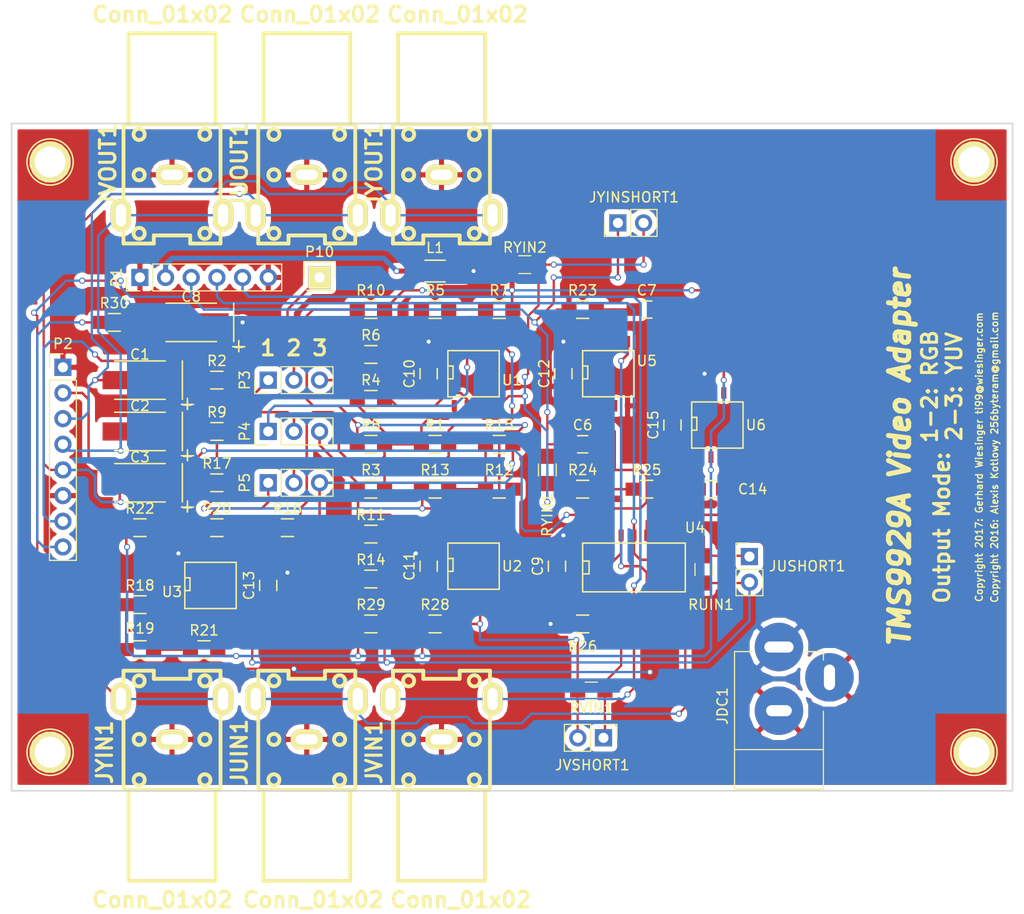
<source format=kicad_pcb>
(kicad_pcb (version 4) (host pcbnew 4.0.7)
  (title_block (title "TMS9929A to RGB") (date 2017-09-17) (rev 0) (company "Gerhard Wiesinger") (comment 1 "Based on: Alexis Kotlowy"))
  (layers (0 F.Cu signal) (31 B.Cu signal) (34 B.Paste user) (35 F.Paste user) (36 B.SilkS user) (37 F.SilkS user) (38 B.Mask user) (39 F.Mask user) (44 Edge.Cuts user))
  (net 0 "")
  (net 1 "Net-(C1-Pad2)")
  (net 2 "Net-(C1-Pad1)")
  (net 3 "Net-(C2-Pad2)")
  (net 4 "Net-(C2-Pad1)")
  (net 5 GND)
  (net 6 "Net-(C6-Pad2)")
  (net 7 "Net-(C7-Pad1)")
  (net 8 VCC)
  (net 9 "Net-(R1-Pad2)")
  (net 10 "Net-(R4-Pad2)")
  (net 11 "Net-(R5-Pad2)")
  (net 12 "Net-(R11-Pad2)")
  (net 13 "Net-(R12-Pad1)")
  (net 14 "Net-(R16-Pad1)")
  (net 15 "Net-(R19-Pad2)")
  (net 16 "Net-(R20-Pad2)")
  (net 17 "Net-(R10-Pad1)")
  (net 18 /~CSYNC)
  (net 19 "Net-(P2-Pad2)")
  (net 20 /G)
  (net 21 /Y)
  (net 22 /R)
  (net 23 /R-Y)
  (net 24 /B)
  (net 25 /B-Y)
  (net 26 "Net-(P3-Pad2)")
  (net 27 "Net-(P4-Pad2)")
  (net 28 "Net-(P5-Pad2)")
  (net 29 /U)
  (net 30 /Vref)
  (net 31 "Net-(C14-Pad2)")
  (net 32 "Net-(P10-Pad1)")
  (net 33 "Net-(P2-Pad8)")
  (net 34 "Net-(C3-Pad2)")
  (net 35 "Net-(C3-Pad1)")
  (net 36 "Net-(L1-Pad1)")
  (net 37 "Net-(R26-Pad2)")
  (net 38 "Net-(U4-Pad5)")
  (net 39 "Net-(P6-Pad1)")
  (net 40 "Net-(P7-Pad1)")
  (net 41 "Net-(P8-Pad1)")
  (net 42 "Net-(P9-Pad1)")
  (net 43 "Net-(U5-Pad7)")
  (net 44 "Net-(U5-Pad3)")
  (net 45 /YIN)
  (net 46 /V)
  (net 47 "Net-(JVSHORT1-Pad1)")
  (net 48 "Net-(JUSHORT1-Pad1)")
  (net 49 "Net-(JUSHORT1-Pad2)")
  (net 50 "Net-(JVSHORT1-Pad2)")
  (net 51 "Net-(JYINSHORT1-Pad2)")
  (module SMD_Packages:SOIC-14_N (layer F.Cu) (at 110.363 125.603)
    (fp_text reference U4 (at 6.0325 -3.81) (layer F.SilkS))
    (fp_text value 4066)
    (pad 1 smd rect (at -3.81 3.302) (size 0.508 1.143) (layers F.Cu F.Paste F.Mask) (net 5 GND))
    (pad 2 smd rect (at -2.54 3.302) (size 0.508 1.143) (layers F.Cu F.Paste F.Mask) (net 37 "Net-(R26-Pad2)"))
    (pad 3 smd rect (at -1.27 3.302) (size 0.508 1.143) (layers F.Cu F.Paste F.Mask) (net 47 "Net-(JVSHORT1-Pad1)"))
    (pad 4 smd rect (at 0 3.302) (size 0.508 1.143) (layers F.Cu F.Paste F.Mask) (net 46 /V))
    (pad 5 smd rect (at 1.27 3.302) (size 0.508 1.143) (layers F.Cu F.Paste F.Mask) (net 38 "Net-(U4-Pad5)"))
    (pad 6 smd rect (at 2.54 3.302) (size 0.508 1.143) (layers F.Cu F.Paste F.Mask) (net 38 "Net-(U4-Pad5)"))
    (pad 7 smd rect (at 3.81 3.302) (size 0.508 1.143) (layers F.Cu F.Paste F.Mask) (net 5 GND))
    (pad 8 smd rect (at 3.81 -3.048) (size 0.508 1.143) (layers F.Cu F.Paste F.Mask) (net 29 /U))
    (pad 9 smd rect (at 2.54 -3.048) (size 0.508 1.143) (layers F.Cu F.Paste F.Mask) (net 48 "Net-(JUSHORT1-Pad1)"))
    (pad 11 smd rect (at 0 -3.048) (size 0.508 1.143) (layers F.Cu F.Paste F.Mask) (net 29 /U))
    (pad 12 smd rect (at -1.27 -3.048) (size 0.508 1.143) (layers F.Cu F.Paste F.Mask) (net 37 "Net-(R26-Pad2)"))
    (pad 13 smd rect (at -2.54 -3.048) (size 0.508 1.143) (layers F.Cu F.Paste F.Mask) (net 18 /~CSYNC))
    (pad 14 smd rect (at -3.81 -3.048) (size 0.508 1.143) (layers F.Cu F.Paste F.Mask) (net 8 VCC))
    (pad 10 smd rect (at 1.27 -3.048) (size 0.508 1.143) (layers F.Cu F.Paste F.Mask) (net 31 "Net-(C14-Pad2)"))
  )
  (module Connect:1pin (layer F.Cu) (at 52.578 85.598)
    (fp_text reference P6 hide)
    (fp_text value CONN_01X01)
    (pad 1 thru_hole circle (at 0 0) (size 4.064 4.064) (drill 3.048) (layers *.Mask B.Cu F.SilkS) (net 39 "Net-(P6-Pad1)"))
  )
  (module Connect:1pin (layer F.Cu) (at 144.018 85.598)
    (fp_text reference P8 hide)
    (fp_text value CONN_01X01)
    (pad 1 thru_hole circle (at 0 0) (size 4.064 4.064) (drill 3.048) (layers *.Mask B.Cu F.SilkS) (net 41 "Net-(P8-Pad1)"))
  )
  (module Connect:1pin (layer F.Cu) (at 144.018 144.018)
    (fp_text reference P9 hide)
    (fp_text value CONN_01X01)
    (pad 1 thru_hole circle (at 0 0) (size 4.064 4.064) (drill 3.048) (layers *.Mask B.Cu F.SilkS) (net 42 "Net-(P9-Pad1)"))
  )
  (module SMD_Packages:SOIC-8-N (layer F.Cu) (at 94.488 125.603)
    (fp_text reference U2 (at 3.81 0) (layer F.SilkS))
    (fp_text value XR8052)
    (pad 8 smd rect (at -1.905 -3.175) (size 0.508 1.143) (layers F.Cu F.Paste F.Mask) (net 8 VCC))
    (pad 7 smd rect (at -0.635 -3.175) (size 0.508 1.143) (layers F.Cu F.Paste F.Mask) (net 20 /G))
    (pad 6 smd rect (at 0.635 -3.175) (size 0.508 1.143) (layers F.Cu F.Paste F.Mask) (net 13 "Net-(R12-Pad1)"))
    (pad 5 smd rect (at 1.905 -3.175) (size 0.508 1.143) (layers F.Cu F.Paste F.Mask) (net 17 "Net-(R10-Pad1)"))
    (pad 4 smd rect (at 1.905 3.175) (size 0.508 1.143) (layers F.Cu F.Paste F.Mask) (net 5 GND))
    (pad 3 smd rect (at 0.635 3.175) (size 0.508 1.143) (layers F.Cu F.Paste F.Mask) (net 50 "Net-(JVSHORT1-Pad2)"))
    (pad 2 smd rect (at -0.635 3.175) (size 0.508 1.143) (layers F.Cu F.Paste F.Mask) (net 12 "Net-(R11-Pad2)"))
    (pad 1 smd rect (at -1.905 3.175) (size 0.508 1.143) (layers F.Cu F.Paste F.Mask) (net 23 /R-Y))
  )
  (module Capacitors_SMD:C_0805_HandSoldering (layer F.Cu) (at 105.283 113.538)
    (fp_text reference C6 (at 0 -1.905) (layer F.SilkS))
    (fp_text value 100nF)
    (pad 1 smd rect (at -1.25 0) (size 1.5 1.25) (layers F.Cu F.Paste F.Mask) (net 45 /YIN))
    (pad 2 smd rect (at 1.25 0) (size 1.5 1.25) (layers F.Cu F.Paste F.Mask) (net 6 "Net-(C6-Pad2)"))
  )
  (module Capacitors_SMD:C_0805_HandSoldering (layer F.Cu) (at 111.633 100.203)
    (fp_text reference C7 (at 0 -1.905) (layer F.SilkS))
    (fp_text value 100nF)
    (pad 1 smd rect (at -1.25 0) (size 1.5 1.25) (layers F.Cu F.Paste F.Mask) (net 7 "Net-(C7-Pad1)"))
    (pad 2 smd rect (at 1.25 0) (size 1.5 1.25) (layers F.Cu F.Paste F.Mask) (net 5 GND))
  )
  (module Capacitors_SMD:C_0805_HandSoldering (layer F.Cu) (at 102.743 125.603 90)
    (fp_text reference C9 (at 0 -1.905 90) (layer F.SilkS))
    (fp_text value 100nF)
    (pad 1 smd rect (at -1.25 0 90) (size 1.5 1.25) (layers F.Cu F.Paste F.Mask) (net 5 GND))
    (pad 2 smd rect (at 1.25 0 90) (size 1.5 1.25) (layers F.Cu F.Paste F.Mask) (net 8 VCC))
  )
  (module Capacitors_SMD:C_0805_HandSoldering (layer F.Cu) (at 90.043 106.553 90)
    (fp_text reference C10 (at 0 -1.905 90) (layer F.SilkS))
    (fp_text value 100nF)
    (pad 1 smd rect (at -1.25 0 90) (size 1.5 1.25) (layers F.Cu F.Paste F.Mask) (net 5 GND))
    (pad 2 smd rect (at 1.25 0 90) (size 1.5 1.25) (layers F.Cu F.Paste F.Mask) (net 8 VCC))
  )
  (module Capacitors_SMD:C_0805_HandSoldering (layer F.Cu) (at 90.043 125.603 90)
    (fp_text reference C11 (at 0 -1.905 90) (layer F.SilkS))
    (fp_text value 100nF)
    (pad 1 smd rect (at -1.25 0 90) (size 1.5 1.25) (layers F.Cu F.Paste F.Mask) (net 5 GND))
    (pad 2 smd rect (at 1.25 0 90) (size 1.5 1.25) (layers F.Cu F.Paste F.Mask) (net 8 VCC))
  )
  (module Capacitors_SMD:C_0805_HandSoldering (layer F.Cu) (at 103.378 106.553 90)
    (fp_text reference C12 (at 0 -1.905 90) (layer F.SilkS))
    (fp_text value 100nF)
    (pad 1 smd rect (at -1.25 0 90) (size 1.5 1.25) (layers F.Cu F.Paste F.Mask) (net 5 GND))
    (pad 2 smd rect (at 1.25 0 90) (size 1.5 1.25) (layers F.Cu F.Paste F.Mask) (net 8 VCC))
  )
  (module Capacitors_SMD:C_0805_HandSoldering (layer F.Cu) (at 74.168 127.508 90)
    (fp_text reference C13 (at 0 -1.905 90) (layer F.SilkS))
    (fp_text value 100nF)
    (pad 1 smd rect (at -1.25 0 90) (size 1.5 1.25) (layers F.Cu F.Paste F.Mask) (net 5 GND))
    (pad 2 smd rect (at 1.25 0 90) (size 1.5 1.25) (layers F.Cu F.Paste F.Mask) (net 8 VCC))
  )
  (module Resistors_SMD:R_0805_HandSoldering (layer F.Cu) (at 90.678 113.538)
    (fp_text reference R1 (at 0 -1.905) (layer F.SilkS))
    (fp_text value 1.2k)
    (pad 1 smd rect (at -1.35 0) (size 1.5 1.3) (layers F.Cu F.Paste F.Mask) (net 21 /Y))
    (pad 2 smd rect (at 1.35 0) (size 1.5 1.3) (layers F.Cu F.Paste F.Mask) (net 9 "Net-(R1-Pad2)"))
  )
  (module Resistors_SMD:R_0805_HandSoldering (layer F.Cu) (at 69.088 107.188)
    (fp_text reference R2 (at 0 -1.905) (layer F.SilkS))
    (fp_text value 75R)
    (pad 1 smd rect (at -1.35 0) (size 1.5 1.3) (layers F.Cu F.Paste F.Mask) (net 2 "Net-(C1-Pad1)"))
    (pad 2 smd rect (at 1.35 0) (size 1.5 1.3) (layers F.Cu F.Paste F.Mask) (net 26 "Net-(P3-Pad2)"))
  )
  (module Resistors_SMD:R_0805_HandSoldering (layer F.Cu) (at 84.328 117.983)
    (fp_text reference R3 (at 0 -1.905) (layer F.SilkS))
    (fp_text value 1k)
    (pad 1 smd rect (at -1.35 0) (size 1.5 1.3) (layers F.Cu F.Paste F.Mask) (net 23 /R-Y))
    (pad 2 smd rect (at 1.35 0) (size 1.5 1.3) (layers F.Cu F.Paste F.Mask) (net 9 "Net-(R1-Pad2)"))
  )
  (module Resistors_SMD:R_0805_HandSoldering (layer F.Cu) (at 84.328 109.093)
    (fp_text reference R4 (at 0 -1.905) (layer F.SilkS))
    (fp_text value 1k)
    (pad 1 smd rect (at -1.35 0) (size 1.5 1.3) (layers F.Cu F.Paste F.Mask) (net 21 /Y))
    (pad 2 smd rect (at 1.35 0) (size 1.5 1.3) (layers F.Cu F.Paste F.Mask) (net 10 "Net-(R4-Pad2)"))
  )
  (module Resistors_SMD:R_0805_HandSoldering (layer F.Cu) (at 90.678 100.203)
    (fp_text reference R5 (at 0 -1.905) (layer F.SilkS))
    (fp_text value 1.2k)
    (pad 1 smd rect (at -1.35 0) (size 1.5 1.3) (layers F.Cu F.Paste F.Mask) (net 22 /R))
    (pad 2 smd rect (at 1.35 0) (size 1.5 1.3) (layers F.Cu F.Paste F.Mask) (net 11 "Net-(R5-Pad2)"))
  )
  (module Resistors_SMD:R_0805_HandSoldering (layer F.Cu) (at 84.328 104.648)
    (fp_text reference R6 (at 0 -1.905) (layer F.SilkS))
    (fp_text value 2k)
    (pad 1 smd rect (at -1.35 0) (size 1.5 1.3) (layers F.Cu F.Paste F.Mask) (net 30 /Vref))
    (pad 2 smd rect (at 1.35 0) (size 1.5 1.3) (layers F.Cu F.Paste F.Mask) (net 10 "Net-(R4-Pad2)"))
  )
  (module Resistors_SMD:R_0805_HandSoldering (layer F.Cu) (at 97.028 100.203)
    (fp_text reference R7 (at 0 -1.905) (layer F.SilkS))
    (fp_text value 1k)
    (pad 1 smd rect (at -1.35 0) (size 1.5 1.3) (layers F.Cu F.Paste F.Mask) (net 11 "Net-(R5-Pad2)"))
    (pad 2 smd rect (at 1.35 0) (size 1.5 1.3) (layers F.Cu F.Paste F.Mask) (net 30 /Vref))
  )
  (module Resistors_SMD:R_0805_HandSoldering (layer F.Cu) (at 84.328 113.538)
    (fp_text reference R8 (at 0 -1.905) (layer F.SilkS))
    (fp_text value 1k)
    (pad 1 smd rect (at -1.35 0) (size 1.5 1.3) (layers F.Cu F.Paste F.Mask) (net 17 "Net-(R10-Pad1)"))
    (pad 2 smd rect (at 1.35 0) (size 1.5 1.3) (layers F.Cu F.Paste F.Mask) (net 21 /Y))
  )
  (module Resistors_SMD:R_0805_HandSoldering (layer F.Cu) (at 69.088 112.268)
    (fp_text reference R9 (at 0 -1.905) (layer F.SilkS))
    (fp_text value 75R)
    (pad 1 smd rect (at -1.35 0) (size 1.5 1.3) (layers F.Cu F.Paste F.Mask) (net 4 "Net-(C2-Pad1)"))
    (pad 2 smd rect (at 1.35 0) (size 1.5 1.3) (layers F.Cu F.Paste F.Mask) (net 27 "Net-(P4-Pad2)"))
  )
  (module Resistors_SMD:R_0805_HandSoldering (layer F.Cu) (at 84.328 100.203)
    (fp_text reference R10 (at 0 -1.905) (layer F.SilkS))
    (fp_text value 1k)
    (pad 1 smd rect (at -1.35 0) (size 1.5 1.3) (layers F.Cu F.Paste F.Mask) (net 17 "Net-(R10-Pad1)"))
    (pad 2 smd rect (at 1.35 0) (size 1.5 1.3) (layers F.Cu F.Paste F.Mask) (net 30 /Vref))
  )
  (module Resistors_SMD:R_0805_HandSoldering (layer F.Cu) (at 84.328 122.428)
    (fp_text reference R11 (at 0 -1.905) (layer F.SilkS))
    (fp_text value 1k)
    (pad 1 smd rect (at -1.35 0) (size 1.5 1.3) (layers F.Cu F.Paste F.Mask) (net 23 /R-Y))
    (pad 2 smd rect (at 1.35 0) (size 1.5 1.3) (layers F.Cu F.Paste F.Mask) (net 12 "Net-(R11-Pad2)"))
  )
  (module Resistors_SMD:R_0805_HandSoldering (layer F.Cu) (at 97.028 117.983)
    (fp_text reference R12 (at 0 -1.905) (layer F.SilkS))
    (fp_text value 6.2k)
    (pad 1 smd rect (at -1.35 0) (size 1.5 1.3) (layers F.Cu F.Paste F.Mask) (net 13 "Net-(R12-Pad1)"))
    (pad 2 smd rect (at 1.35 0) (size 1.5 1.3) (layers F.Cu F.Paste F.Mask) (net 23 /R-Y))
  )
  (module Resistors_SMD:R_0805_HandSoldering (layer F.Cu) (at 90.678 117.983)
    (fp_text reference R13 (at 0 -1.905) (layer F.SilkS))
    (fp_text value 3.6k)
    (pad 1 smd rect (at -1.35 0) (size 1.5 1.3) (layers F.Cu F.Paste F.Mask) (net 20 /G))
    (pad 2 smd rect (at 1.35 0) (size 1.5 1.3) (layers F.Cu F.Paste F.Mask) (net 13 "Net-(R12-Pad1)"))
  )
  (module Resistors_SMD:R_0805_HandSoldering (layer F.Cu) (at 84.328 126.873)
    (fp_text reference R14 (at 0 -1.905) (layer F.SilkS))
    (fp_text value 2k)
    (pad 1 smd rect (at -1.35 0) (size 1.5 1.3) (layers F.Cu F.Paste F.Mask) (net 30 /Vref))
    (pad 2 smd rect (at 1.35 0) (size 1.5 1.3) (layers F.Cu F.Paste F.Mask) (net 12 "Net-(R11-Pad2)"))
  )
  (module Resistors_SMD:R_0805_HandSoldering (layer F.Cu) (at 97.028 113.538)
    (fp_text reference R15 (at 0 -1.905) (layer F.SilkS))
    (fp_text value 9.1k)
    (pad 1 smd rect (at -1.35 0) (size 1.5 1.3) (layers F.Cu F.Paste F.Mask) (net 13 "Net-(R12-Pad1)"))
    (pad 2 smd rect (at 1.35 0) (size 1.5 1.3) (layers F.Cu F.Paste F.Mask) (net 25 /B-Y))
  )
  (module Resistors_SMD:R_0805_HandSoldering (layer F.Cu) (at 76.073 121.793)
    (fp_text reference R16 (at 0 -1.905) (layer F.SilkS))
    (fp_text value 1k)
    (pad 1 smd rect (at -1.35 0) (size 1.5 1.3) (layers F.Cu F.Paste F.Mask) (net 14 "Net-(R16-Pad1)"))
    (pad 2 smd rect (at 1.35 0) (size 1.5 1.3) (layers F.Cu F.Paste F.Mask) (net 21 /Y))
  )
  (module Resistors_SMD:R_0805_HandSoldering (layer F.Cu) (at 69.088 117.348)
    (fp_text reference R17 (at 0 -1.905) (layer F.SilkS))
    (fp_text value 75R)
    (pad 1 smd rect (at -1.35 0) (size 1.5 1.3) (layers F.Cu F.Paste F.Mask) (net 35 "Net-(C3-Pad1)"))
    (pad 2 smd rect (at 1.35 0) (size 1.5 1.3) (layers F.Cu F.Paste F.Mask) (net 28 "Net-(P5-Pad2)"))
  )
  (module Resistors_SMD:R_0805_HandSoldering (layer F.Cu) (at 61.468 129.413 180)
    (fp_text reference R18 (at 0 1.905 180) (layer F.SilkS))
    (fp_text value 1k)
    (pad 1 smd rect (at -1.35 0 180) (size 1.5 1.3) (layers F.Cu F.Paste F.Mask) (net 14 "Net-(R16-Pad1)"))
    (pad 2 smd rect (at 1.35 0 180) (size 1.5 1.3) (layers F.Cu F.Paste F.Mask) (net 25 /B-Y))
  )
  (module Resistors_SMD:R_0805_HandSoldering (layer F.Cu) (at 61.468 133.858)
    (fp_text reference R19 (at 0 -2.1) (layer F.SilkS))
    (fp_text value 1k)
    (pad 1 smd rect (at -1.35 0) (size 1.5 1.3) (layers F.Cu F.Paste F.Mask) (net 25 /B-Y))
    (pad 2 smd rect (at 1.35 0) (size 1.5 1.3) (layers F.Cu F.Paste F.Mask) (net 15 "Net-(R19-Pad2)"))
  )
  (module Resistors_SMD:R_0805_HandSoldering (layer F.Cu) (at 69.088 121.793)
    (fp_text reference R20 (at 0 -1.905) (layer F.SilkS))
    (fp_text value 1k)
    (pad 1 smd rect (at -1.35 0) (size 1.5 1.3) (layers F.Cu F.Paste F.Mask) (net 24 /B))
    (pad 2 smd rect (at 1.35 0) (size 1.5 1.3) (layers F.Cu F.Paste F.Mask) (net 16 "Net-(R20-Pad2)"))
  )
  (module Resistors_SMD:R_0805_HandSoldering (layer F.Cu) (at 67.818 133.858 180)
    (fp_text reference R21 (at 0 1.905 180) (layer F.SilkS))
    (fp_text value 2k)
    (pad 1 smd rect (at -1.35 0 180) (size 1.5 1.3) (layers F.Cu F.Paste F.Mask) (net 30 /Vref))
    (pad 2 smd rect (at 1.35 0 180) (size 1.5 1.3) (layers F.Cu F.Paste F.Mask) (net 15 "Net-(R19-Pad2)"))
  )
  (module Resistors_SMD:R_0805_HandSoldering (layer F.Cu) (at 61.468 121.793)
    (fp_text reference R22 (at 0 -1.905) (layer F.SilkS))
    (fp_text value 1k)
    (pad 1 smd rect (at -1.35 0) (size 1.5 1.3) (layers F.Cu F.Paste F.Mask) (net 30 /Vref))
    (pad 2 smd rect (at 1.35 0) (size 1.5 1.3) (layers F.Cu F.Paste F.Mask) (net 16 "Net-(R20-Pad2)"))
  )
  (module Resistors_SMD:R_0805_HandSoldering (layer F.Cu) (at 105.283 100.203)
    (fp_text reference R23 (at 0 -1.905) (layer F.SilkS))
    (fp_text value 680k)
    (pad 1 smd rect (at -1.35 0) (size 1.5 1.3) (layers F.Cu F.Paste F.Mask) (net 5 GND))
    (pad 2 smd rect (at 1.35 0) (size 1.5 1.3) (layers F.Cu F.Paste F.Mask) (net 7 "Net-(C7-Pad1)"))
  )
  (module SMD_Packages:SOIC-8-N (layer F.Cu) (at 94.488 106.553)
    (fp_text reference U1 (at 3.81 0.635) (layer F.SilkS))
    (fp_text value XR8052)
    (pad 8 smd rect (at -1.905 -3.175) (size 0.508 1.143) (layers F.Cu F.Paste F.Mask) (net 8 VCC))
    (pad 7 smd rect (at -0.635 -3.175) (size 0.508 1.143) (layers F.Cu F.Paste F.Mask) (net 22 /R))
    (pad 6 smd rect (at 0.635 -3.175) (size 0.508 1.143) (layers F.Cu F.Paste F.Mask) (net 11 "Net-(R5-Pad2)"))
    (pad 5 smd rect (at 1.905 -3.175) (size 0.508 1.143) (layers F.Cu F.Paste F.Mask) (net 9 "Net-(R1-Pad2)"))
    (pad 4 smd rect (at 1.905 3.175) (size 0.508 1.143) (layers F.Cu F.Paste F.Mask) (net 5 GND))
    (pad 3 smd rect (at 0.635 3.175) (size 0.508 1.143) (layers F.Cu F.Paste F.Mask) (net 51 "Net-(JYINSHORT1-Pad2)"))
    (pad 2 smd rect (at -0.635 3.175) (size 0.508 1.143) (layers F.Cu F.Paste F.Mask) (net 10 "Net-(R4-Pad2)"))
    (pad 1 smd rect (at -1.905 3.175) (size 0.508 1.143) (layers F.Cu F.Paste F.Mask) (net 21 /Y))
  )
  (module SMD_Packages:SOIC-8-N (layer F.Cu) (at 68.453 127.508)
    (fp_text reference U3 (at -3.81 0.635) (layer F.SilkS))
    (fp_text value XR8052)
    (pad 8 smd rect (at -1.905 -3.175) (size 0.508 1.143) (layers F.Cu F.Paste F.Mask) (net 8 VCC))
    (pad 7 smd rect (at -0.635 -3.175) (size 0.508 1.143) (layers F.Cu F.Paste F.Mask) (net 24 /B))
    (pad 6 smd rect (at 0.635 -3.175) (size 0.508 1.143) (layers F.Cu F.Paste F.Mask) (net 16 "Net-(R20-Pad2)"))
    (pad 5 smd rect (at 1.905 -3.175) (size 0.508 1.143) (layers F.Cu F.Paste F.Mask) (net 14 "Net-(R16-Pad1)"))
    (pad 4 smd rect (at 1.905 3.175) (size 0.508 1.143) (layers F.Cu F.Paste F.Mask) (net 5 GND))
    (pad 3 smd rect (at 0.635 3.175) (size 0.508 1.143) (layers F.Cu F.Paste F.Mask) (net 49 "Net-(JUSHORT1-Pad2)"))
    (pad 2 smd rect (at -0.635 3.175) (size 0.508 1.143) (layers F.Cu F.Paste F.Mask) (net 15 "Net-(R19-Pad2)"))
    (pad 1 smd rect (at -1.905 3.175) (size 0.508 1.143) (layers F.Cu F.Paste F.Mask) (net 25 /B-Y))
  )
  (module SMD_Packages:SOIC-8-N (layer F.Cu) (at 107.823 106.553)
    (fp_text reference U5 (at 3.81 -1.27) (layer F.SilkS))
    (fp_text value LM1881)
    (pad 8 smd rect (at -1.905 -3.175) (size 0.508 1.143) (layers F.Cu F.Paste F.Mask) (net 8 VCC))
    (pad 7 smd rect (at -0.635 -3.175) (size 0.508 1.143) (layers F.Cu F.Paste F.Mask) (net 43 "Net-(U5-Pad7)"))
    (pad 6 smd rect (at 0.635 -3.175) (size 0.508 1.143) (layers F.Cu F.Paste F.Mask) (net 7 "Net-(C7-Pad1)"))
    (pad 5 smd rect (at 1.905 -3.175) (size 0.508 1.143) (layers F.Cu F.Paste F.Mask) (net 38 "Net-(U4-Pad5)"))
    (pad 4 smd rect (at 1.905 3.175) (size 0.508 1.143) (layers F.Cu F.Paste F.Mask) (net 5 GND))
    (pad 3 smd rect (at 0.635 3.175) (size 0.508 1.143) (layers F.Cu F.Paste F.Mask) (net 44 "Net-(U5-Pad3)"))
    (pad 2 smd rect (at -0.635 3.175) (size 0.508 1.143) (layers F.Cu F.Paste F.Mask) (net 6 "Net-(C6-Pad2)"))
    (pad 1 smd rect (at -1.905 3.175) (size 0.508 1.143) (layers F.Cu F.Paste F.Mask) (net 18 /~CSYNC))
  )
  (module Resistors_SMD:R_0805_HandSoldering (layer F.Cu) (at 105.283 117.983)
    (fp_text reference R24 (at 0 -1.905) (layer F.SilkS))
    (fp_text value 680R)
    (pad 1 smd rect (at -1.35 0) (size 1.5 1.3) (layers F.Cu F.Paste F.Mask) (net 18 /~CSYNC))
    (pad 2 smd rect (at 1.35 0) (size 1.5 1.3) (layers F.Cu F.Paste F.Mask) (net 19 "Net-(P2-Pad2)"))
  )
  (module Resistors_SMD:R_0805_HandSoldering (layer F.Cu) (at 111.633 117.983 180)
    (fp_text reference R25 (at 0 1.905 180) (layer F.SilkS))
    (fp_text value 82R)
    (pad 1 smd rect (at -1.35 0 180) (size 1.5 1.3) (layers F.Cu F.Paste F.Mask) (net 5 GND))
    (pad 2 smd rect (at 1.35 0 180) (size 1.5 1.3) (layers F.Cu F.Paste F.Mask) (net 19 "Net-(P2-Pad2)"))
  )
  (module Capacitors_SMD:C_0805_HandSoldering (layer F.Cu) (at 117.983 117.983)
    (fp_text reference C14 (at 4.1275 0) (layer F.SilkS))
    (fp_text value 10nF)
    (pad 1 smd rect (at -1.25 0) (size 1.5 1.25) (layers F.Cu F.Paste F.Mask) (net 5 GND))
    (pad 2 smd rect (at 1.25 0) (size 1.5 1.25) (layers F.Cu F.Paste F.Mask) (net 31 "Net-(C14-Pad2)"))
  )
  (module Connect:1pin (layer F.Cu) (at 52.578 144.018)
    (fp_text reference P7 hide)
    (fp_text value CONN_01X01)
    (pad 1 thru_hole circle (at 0 0) (size 4.064 4.064) (drill 3.048) (layers *.Mask B.Cu F.SilkS) (net 40 "Net-(P7-Pad1)"))
  )
  (module Resistors_SMD:R_0805_HandSoldering (layer F.Cu) (at 105.283 131.318)
    (fp_text reference R26 (at 0 2.2225) (layer F.SilkS))
    (fp_text value 1k)
    (pad 1 smd rect (at -1.35 0) (size 1.5 1.3) (layers F.Cu F.Paste F.Mask) (net 8 VCC))
    (pad 2 smd rect (at 1.35 0) (size 1.5 1.3) (layers F.Cu F.Paste F.Mask) (net 37 "Net-(R26-Pad2)"))
  )
  (module SMD_Packages:SOIC-8-N (layer F.Cu) (at 118.618 111.633)
    (fp_text reference U6 (at 3.81 0) (layer F.SilkS))
    (fp_text value TL081)
    (pad 8 smd rect (at -1.905 -3.175) (size 0.508 1.143) (layers F.Cu F.Paste F.Mask))
    (pad 7 smd rect (at -0.635 -3.175) (size 0.508 1.143) (layers F.Cu F.Paste F.Mask) (net 8 VCC))
    (pad 6 smd rect (at 0.635 -3.175) (size 0.508 1.143) (layers F.Cu F.Paste F.Mask) (net 30 /Vref))
    (pad 5 smd rect (at 1.905 -3.175) (size 0.508 1.143) (layers F.Cu F.Paste F.Mask))
    (pad 4 smd rect (at 1.905 3.175) (size 0.508 1.143) (layers F.Cu F.Paste F.Mask) (net 5 GND))
    (pad 3 smd rect (at 0.635 3.175) (size 0.508 1.143) (layers F.Cu F.Paste F.Mask) (net 31 "Net-(C14-Pad2)"))
    (pad 2 smd rect (at -0.635 3.175) (size 0.508 1.143) (layers F.Cu F.Paste F.Mask) (net 30 /Vref))
    (pad 1 smd rect (at -1.905 3.175) (size 0.508 1.143) (layers F.Cu F.Paste F.Mask))
  )
  (module Capacitors_SMD:C_0805_HandSoldering (layer F.Cu) (at 114.173 111.633 90)
    (fp_text reference C15 (at 0 -1.905 90) (layer F.SilkS))
    (fp_text value 100nF)
    (pad 1 smd rect (at -1.25 0 90) (size 1.5 1.25) (layers F.Cu F.Paste F.Mask) (net 5 GND))
    (pad 2 smd rect (at 1.25 0 90) (size 1.5 1.25) (layers F.Cu F.Paste F.Mask) (net 8 VCC))
  )
  (module Resistors_SMD:R_0805_HandSoldering (layer F.Cu) (at 90.678 131.318)
    (fp_text reference R28 (at 0 -1.905) (layer F.SilkS))
    (fp_text value 10k)
    (pad 1 smd rect (at -1.35 0) (size 1.5 1.3) (layers F.Cu F.Paste F.Mask) (net 30 /Vref))
    (pad 2 smd rect (at 1.35 0) (size 1.5 1.3) (layers F.Cu F.Paste F.Mask) (net 50 "Net-(JVSHORT1-Pad2)"))
  )
  (module Resistors_SMD:R_0805_HandSoldering (layer F.Cu) (at 84.328 131.318)
    (fp_text reference R29 (at 0 -1.905) (layer F.SilkS))
    (fp_text value 10k)
    (pad 1 smd rect (at -1.35 0) (size 1.5 1.3) (layers F.Cu F.Paste F.Mask) (net 30 /Vref))
    (pad 2 smd rect (at 1.35 0) (size 1.5 1.3) (layers F.Cu F.Paste F.Mask) (net 49 "Net-(JUSHORT1-Pad2)"))
  )
  (module Pin_Headers:Pin_Header_Straight_1x01 (layer F.Cu) (at 79.248 97.028)
    (fp_text reference P10 (at 0 -2.54) (layer F.SilkS))
    (fp_text value 12V)
    (pad 1 thru_hole rect (at 0 0) (size 2.2352 2.2352) (drill 1.016) (layers *.Cu *.Mask F.SilkS) (net 32 "Net-(P10-Pad1)"))
  )
  (module Resistors_SMD:R_0805_HandSoldering (layer F.Cu) (at 58.928 101.473)
    (fp_text reference R30 (at 0 -1.905) (layer F.SilkS))
    (fp_text value 270R)
    (pad 1 smd rect (at -1.35 0) (size 1.5 1.3) (layers F.Cu F.Paste F.Mask) (net 33 "Net-(P2-Pad8)"))
    (pad 2 smd rect (at 1.35 0) (size 1.5 1.3) (layers F.Cu F.Paste F.Mask) (net 8 VCC))
  )
  (module Capacitors_Tantalum_SMD:TantalC_SizeB_EIA-3528_HandSoldering (layer F.Cu) (at 61.468 107.188 180)
    (fp_text reference C1 (at 0 2.54 180) (layer F.SilkS))
    (fp_text value 47uF)
    (fp_text user + (at -4.70154 -2.4003 180) (layer F.SilkS))
    (pad 2 smd rect (at 2.12598 0 180) (size 3.1496 1.80086) (layers F.Cu F.Paste F.Mask) (net 1 "Net-(C1-Pad2)"))
    (pad 1 smd rect (at -2.12598 0 180) (size 3.1496 1.80086) (layers F.Cu F.Paste F.Mask) (net 2 "Net-(C1-Pad1)"))
  )
  (module Capacitors_Tantalum_SMD:TantalC_SizeB_EIA-3528_HandSoldering (layer F.Cu) (at 61.468 112.268 180)
    (fp_text reference C2 (at 0 2.54 180) (layer F.SilkS))
    (fp_text value 47uF)
    (fp_text user + (at -4.70154 -2.4003 180) (layer F.SilkS))
    (pad 2 smd rect (at 2.12598 0 180) (size 3.1496 1.80086) (layers F.Cu F.Paste F.Mask) (net 3 "Net-(C2-Pad2)"))
    (pad 1 smd rect (at -2.12598 0 180) (size 3.1496 1.80086) (layers F.Cu F.Paste F.Mask) (net 4 "Net-(C2-Pad1)"))
  )
  (module Capacitors_Tantalum_SMD:TantalC_SizeB_EIA-3528_HandSoldering (layer F.Cu) (at 66.548 101.473 180)
    (fp_text reference C8 (at 0 2.54 180) (layer F.SilkS))
    (fp_text value 47uF)
    (fp_text user + (at -4.70154 -2.4003 180) (layer F.SilkS))
    (pad 2 smd rect (at 2.12598 0 180) (size 3.1496 1.80086) (layers F.Cu F.Paste F.Mask) (net 5 GND))
    (pad 1 smd rect (at -2.12598 0 180) (size 3.1496 1.80086) (layers F.Cu F.Paste F.Mask) (net 8 VCC))
  )
  (module Capacitors_Tantalum_SMD:TantalC_SizeB_EIA-3528_HandSoldering (layer F.Cu) (at 61.468 117.348 180)
    (fp_text reference C3 (at 0 2.54 180) (layer F.SilkS))
    (fp_text value 47uF)
    (fp_text user + (at -4.70154 -2.4003 180) (layer F.SilkS))
    (pad 2 smd rect (at 2.12598 0 180) (size 3.1496 1.80086) (layers F.Cu F.Paste F.Mask) (net 34 "Net-(C3-Pad2)"))
    (pad 1 smd rect (at -2.12598 0 180) (size 3.1496 1.80086) (layers F.Cu F.Paste F.Mask) (net 35 "Net-(C3-Pad1)"))
  )
  (module Resistors_SMD:R_1206_HandSoldering (layer F.Cu) (at 90.678 96.393)
    (fp_text reference L1 (at 0 -2.3) (layer F.SilkS))
    (fp_text value FERRITE)
    (pad 1 smd rect (at -2 0) (size 2 1.7) (layers F.Cu F.Paste F.Mask) (net 36 "Net-(L1-Pad1)"))
    (pad 2 smd rect (at 2 0) (size 2 1.7) (layers F.Cu F.Paste F.Mask) (net 8 VCC))
  )
  (module rca_black (layer F.Cu) (at 64.643 142.748)
    (fp_text reference JYIN1 (at -6.6675 1.27 90) (layer F.SilkS) (effects (font (thickness 0.3048))))
    (fp_text value Conn_01x02 (at -0.9525 15.875) (layer F.SilkS) (effects (font (thickness 0.3048))))
    (pad 2 thru_hole oval (at 5.05 -4) (size 2 3.2) (drill oval 1 2.2) (layers *.Cu *.Mask F.SilkS) (net 45 /YIN))
    (pad 1 thru_hole oval (at 0 0) (size 3.2 2) (drill oval 2.2 1) (layers *.Cu *.Mask F.SilkS) (net 5 GND))
    (pad 2 thru_hole oval (at -5.05 -4) (size 2 3.2) (drill oval 1 2.2) (layers *.Cu *.Mask F.SilkS) (net 45 /YIN))
  )
  (module rca_white (layer F.Cu) (at 77.978 86.868 180)
    (fp_text reference JUOUT1 (at 6.6675 0.9525 270) (layer F.SilkS) (effects (font (thickness 0.3048))))
    (fp_text value Conn_01x02 (at -0.3175 15.875 180) (layer F.SilkS) (effects (font (thickness 0.3048))))
    (pad 2 thru_hole oval (at 5.0546 -3.99796 180) (size 1.99898 3.19786) (drill oval 0.99568 2.1971) (layers *.Cu *.Mask F.SilkS) (net 34 "Net-(C3-Pad2)"))
    (pad 1 thru_hole oval (at 0 0 180) (size 3.19786 1.99898) (drill oval 2.1971 0.99568) (layers *.Cu *.Mask F.SilkS) (net 5 GND))
    (pad 2 thru_hole oval (at -5.0546 -3.99796 180) (size 1.99898 3.19786) (drill oval 0.99568 2.1971) (layers *.Cu *.Mask F.SilkS) (net 34 "Net-(C3-Pad2)"))
  )
  (module rca_red (layer F.Cu) (at 64.643 86.868 180)
    (fp_text reference JVOUT1 (at 6.35 0.9525 270) (layer F.SilkS) (effects (font (thickness 0.3048))))
    (fp_text value Conn_01x02 (at 0.9525 15.875 180) (layer F.SilkS) (effects (font (thickness 0.3048))))
    (pad 2 thru_hole oval (at 5.0546 -3.99796 180) (size 1.99898 3.19786) (drill oval 0.99568 2.1971) (layers *.Cu *.Mask F.SilkS) (net 3 "Net-(C2-Pad2)"))
    (pad 1 thru_hole oval (at 0 0 180) (size 3.19786 1.99898) (drill oval 2.1971 0.99568) (layers *.Cu *.Mask F.SilkS) (net 5 GND))
    (pad 2 thru_hole oval (at -5.0546 -3.99796 180) (size 1.99898 3.19786) (drill oval 0.99568 2.1971) (layers *.Cu *.Mask F.SilkS) (net 3 "Net-(C2-Pad2)"))
  )
  (module rca_black (layer F.Cu) (at 91.313 86.868 180)
    (fp_text reference JYOUT1 (at 6.6675 0.9525 270) (layer F.SilkS) (effects (font (thickness 0.3048))))
    (fp_text value Conn_01x02 (at -1.5875 15.875 180) (layer F.SilkS) (effects (font (thickness 0.3048))))
    (pad 2 thru_hole oval (at 5.05 -4 180) (size 2 3.2) (drill oval 1 2.2) (layers *.Cu *.Mask F.SilkS) (net 1 "Net-(C1-Pad2)"))
    (pad 1 thru_hole oval (at 0 0 180) (size 3.2 2) (drill oval 2.2 1) (layers *.Cu *.Mask F.SilkS) (net 5 GND))
    (pad 2 thru_hole oval (at -5.05 -4 180) (size 2 3.2) (drill oval 1 2.2) (layers *.Cu *.Mask F.SilkS) (net 1 "Net-(C1-Pad2)"))
  )
  (module Resistors_SMD:R_0805_HandSoldering (layer F.Cu) (at 117.2845 125.9205 270)
    (fp_text reference RUIN1 (at 3.4925 -0.6985 360) (layer F.SilkS))
    (fp_text value 10E)
    (pad 1 smd rect (at -1.35 0 270) (size 1.5 1.3) (layers F.Cu F.Paste F.Mask) (net 48 "Net-(JUSHORT1-Pad1)"))
    (pad 2 smd rect (at 1.35 0 270) (size 1.5 1.3) (layers F.Cu F.Paste F.Mask) (net 49 "Net-(JUSHORT1-Pad2)"))
  )
  (module Resistors_SMD:R_0805_HandSoldering (layer F.Cu) (at 106.14025 137.95375 180)
    (fp_text reference RVIN1 (at 0 -1.7 180) (layer F.SilkS))
    (fp_text value 10E)
    (pad 1 smd rect (at -1.35 0 180) (size 1.5 1.3) (layers F.Cu F.Paste F.Mask) (net 47 "Net-(JVSHORT1-Pad1)"))
    (pad 2 smd rect (at 1.35 0 180) (size 1.5 1.3) (layers F.Cu F.Paste F.Mask) (net 50 "Net-(JVSHORT1-Pad2)"))
  )
  (module Resistors_SMD:R_0805_HandSoldering (layer F.Cu) (at 101.7905 116.078 270)
    (fp_text reference RYIN1 (at 4.445 0 270) (layer F.SilkS))
    (fp_text value 10E)
    (pad 1 smd rect (at -1.35 0 270) (size 1.5 1.3) (layers F.Cu F.Paste F.Mask) (net 45 /YIN))
    (pad 2 smd rect (at 1.35 0 270) (size 1.5 1.3) (layers F.Cu F.Paste F.Mask) (net 51 "Net-(JYINSHORT1-Pad2)"))
  )
  (module Resistors_SMD:R_0805_HandSoldering (layer F.Cu) (at 99.568 95.758)
    (fp_text reference RYIN2 (at 0 -1.7) (layer F.SilkS))
    (fp_text value 10k)
    (pad 1 smd rect (at -1.35 0) (size 1.5 1.3) (layers F.Cu F.Paste F.Mask) (net 30 /Vref))
    (pad 2 smd rect (at 1.35 0) (size 1.5 1.3) (layers F.Cu F.Paste F.Mask) (net 51 "Net-(JYINSHORT1-Pad2)"))
  )
  (module rca_white (layer F.Cu) (at 77.978 142.748)
    (fp_text reference JUIN1 (at -6.6675 1.27 90) (layer F.SilkS) (effects (font (thickness 0.3048))))
    (fp_text value Conn_01x02 (at 0.635 15.875) (layer F.SilkS) (effects (font (thickness 0.3048))))
    (pad 2 thru_hole oval (at 5.0546 -3.99796) (size 1.99898 3.19786) (drill oval 0.99568 2.1971) (layers *.Cu *.Mask F.SilkS) (net 29 /U))
    (pad 1 thru_hole oval (at 0 0) (size 3.19786 1.99898) (drill oval 2.1971 0.99568) (layers *.Cu *.Mask F.SilkS) (net 5 GND))
    (pad 2 thru_hole oval (at -5.0546 -3.99796) (size 1.99898 3.19786) (drill oval 0.99568 2.1971) (layers *.Cu *.Mask F.SilkS) (net 29 /U))
  )
  (module rca_red (layer F.Cu) (at 91.313 142.748)
    (fp_text reference JVIN1 (at -6.6675 1.27 90) (layer F.SilkS) (effects (font (thickness 0.3048))))
    (fp_text value Conn_01x02 (at 1.905 15.875) (layer F.SilkS) (effects (font (thickness 0.3048))))
    (pad 2 thru_hole oval (at 5.0546 -3.99796) (size 1.99898 3.19786) (drill oval 0.99568 2.1971) (layers *.Cu *.Mask F.SilkS) (net 46 /V))
    (pad 1 thru_hole oval (at 0 0) (size 3.19786 1.99898) (drill oval 2.1971 0.99568) (layers *.Cu *.Mask F.SilkS) (net 5 GND))
    (pad 2 thru_hole oval (at -5.0546 -3.99796) (size 1.99898 3.19786) (drill oval 0.99568 2.1971) (layers *.Cu *.Mask F.SilkS) (net 46 /V))
  )
  (module Pin_Header_Straight_1x02_Pitch2.54mm (layer F.Cu) (at 121.793 124.6505)
    (fp_text reference JUSHORT1 (at 5.715 0.9525) (layer F.SilkS))
    (fp_text value Conn_01x02)
    (pad 1 thru_hole rect (at 0 0) (size 1.7 1.7) (drill 1) (layers *.Cu *.Mask) (net 48 "Net-(JUSHORT1-Pad1)"))
    (pad 2 thru_hole oval (at 0 2.54) (size 1.7 1.7) (drill 1) (layers *.Cu *.Mask) (net 49 "Net-(JUSHORT1-Pad2)"))
  )
  (module Pin_Header_Straight_1x02_Pitch2.54mm (layer F.Cu) (at 107.34675 142.58925 270)
    (fp_text reference JVSHORT1 (at 2.69875 1.11125 360) (layer F.SilkS))
    (fp_text value Conn_01x02)
    (pad 1 thru_hole rect (at 0 0 270) (size 1.7 1.7) (drill 1) (layers *.Cu *.Mask) (net 47 "Net-(JVSHORT1-Pad1)"))
    (pad 2 thru_hole oval (at 0 2.54 270) (size 1.7 1.7) (drill 1) (layers *.Cu *.Mask) (net 50 "Net-(JVSHORT1-Pad2)"))
  )
  (module Pin_Header_Straight_1x02_Pitch2.54mm (layer F.Cu) (at 108.7755 91.6305 90)
    (fp_text reference JYINSHORT1 (at 2.54 1.5875 180) (layer F.SilkS))
    (fp_text value Conn_01x02)
    (pad 1 thru_hole rect (at 0 0 90) (size 1.7 1.7) (drill 1) (layers *.Cu *.Mask) (net 45 /YIN))
    (pad 2 thru_hole oval (at 0 2.54 90) (size 1.7 1.7) (drill 1) (layers *.Cu *.Mask) (net 51 "Net-(JYINSHORT1-Pad2)"))
  )
  (module jack_2mm:jack_2mm (layer F.Cu) (at 124.714 133.604 90)
    (fp_text reference JDC1 (at -5.84 -5.59 90) (layer F.SilkS))
    (fp_text value Jack-DC)
    (pad 2 thru_hole circle (at -6.3 0 90) (size 4.8 4.8) (drill oval 1.1 2.54) (layers *.Cu *.Mask) (net 5 GND))
    (pad 1 thru_hole circle (at 0 0 90) (size 4.8 4.8) (drill oval 1.1 2.9) (layers *.Cu *.Mask) (net 8 VCC))
    (pad 3 thru_hole circle (at -3 5 90) (size 4.8 4.8) (drill oval 2.54 1.1) (layers *.Cu *.Mask) (net 5 GND))
  )
  (module Pin_Headers:Pin_Header_Straight_1x06_Pitch2.54mm (layer F.Cu) (at 61.468 97.028 90)
    (fp_text reference P1 (at 0 -2.33 90) (layer F.SilkS))
    (fp_text value CONN_01X06)
    (pad 1 thru_hole rect (at 0 0 90) (size 1.7 1.7) (drill 1) (layers *.Cu *.Mask) (net 5 GND))
    (pad 2 thru_hole oval (at 0 2.54 90) (size 1.7 1.7) (drill 1) (layers *.Cu *.Mask) (net 36 "Net-(L1-Pad1)"))
    (pad 3 thru_hole oval (at 0 5.08 90) (size 1.7 1.7) (drill 1) (layers *.Cu *.Mask) (net 45 /YIN))
    (pad 4 thru_hole oval (at 0 7.62 90) (size 1.7 1.7) (drill 1) (layers *.Cu *.Mask) (net 29 /U))
    (pad 5 thru_hole oval (at 0 10.16 90) (size 1.7 1.7) (drill 1) (layers *.Cu *.Mask) (net 46 /V))
    (pad 6 thru_hole oval (at 0 12.7 90) (size 1.7 1.7) (drill 1) (layers *.Cu *.Mask) (net 5 GND))
  )
  (module Pin_Headers:Pin_Header_Straight_1x08_Pitch2.54mm (layer F.Cu) (at 53.848 105.918)
    (fp_text reference P2 (at 0 -2.33) (layer F.SilkS))
    (fp_text value CONN_01X08)
    (pad 1 thru_hole rect (at 0 0) (size 1.7 1.7) (drill 1) (layers *.Cu *.Mask) (net 5 GND))
    (pad 2 thru_hole oval (at 0 2.54) (size 1.7 1.7) (drill 1) (layers *.Cu *.Mask) (net 19 "Net-(P2-Pad2)"))
    (pad 3 thru_hole oval (at 0 5.08) (size 1.7 1.7) (drill 1) (layers *.Cu *.Mask) (net 1 "Net-(C1-Pad2)"))
    (pad 4 thru_hole oval (at 0 7.62) (size 1.7 1.7) (drill 1) (layers *.Cu *.Mask) (net 3 "Net-(C2-Pad2)"))
    (pad 5 thru_hole oval (at 0 10.16) (size 1.7 1.7) (drill 1) (layers *.Cu *.Mask) (net 34 "Net-(C3-Pad2)"))
    (pad 6 thru_hole oval (at 0 12.7) (size 1.7 1.7) (drill 1) (layers *.Cu *.Mask) (net 5 GND))
    (pad 7 thru_hole oval (at 0 15.24) (size 1.7 1.7) (drill 1) (layers *.Cu *.Mask) (net 32 "Net-(P10-Pad1)"))
    (pad 8 thru_hole oval (at 0 17.78) (size 1.7 1.7) (drill 1) (layers *.Cu *.Mask) (net 33 "Net-(P2-Pad8)"))
  )
  (module Pin_Headers:Pin_Header_Straight_1x03_Pitch2.54mm (layer F.Cu) (at 74.168 112.268 90)
    (fp_text reference P4 (at 0 -2.33 90) (layer F.SilkS))
    (fp_text value SEL)
    (pad 1 thru_hole rect (at 0 0 90) (size 1.7 1.7) (drill 1) (layers *.Cu *.Mask) (net 22 /R))
    (pad 2 thru_hole oval (at 0 2.54 90) (size 1.7 1.7) (drill 1) (layers *.Cu *.Mask) (net 27 "Net-(P4-Pad2)"))
    (pad 3 thru_hole oval (at 0 5.08 90) (size 1.7 1.7) (drill 1) (layers *.Cu *.Mask) (net 23 /R-Y))
  )
  (module Pin_Headers:Pin_Header_Straight_1x03_Pitch2.54mm (layer F.Cu) (at 74.168 117.348 90)
    (fp_text reference P5 (at 0 -2.33 90) (layer F.SilkS))
    (fp_text value SEL)
    (pad 1 thru_hole rect (at 0 0 90) (size 1.7 1.7) (drill 1) (layers *.Cu *.Mask) (net 24 /B))
    (pad 2 thru_hole oval (at 0 2.54 90) (size 1.7 1.7) (drill 1) (layers *.Cu *.Mask) (net 28 "Net-(P5-Pad2)"))
    (pad 3 thru_hole oval (at 0 5.08 90) (size 1.7 1.7) (drill 1) (layers *.Cu *.Mask) (net 25 /B-Y))
  )
  (module Pin_Headers:Pin_Header_Straight_1x03_Pitch2.54mm (layer F.Cu) (at 74.168 107.188 90)
    (fp_text reference P3 (at 0 -2.33 90) (layer F.SilkS))
    (fp_text value SEL)
    (pad 1 thru_hole rect (at 0 0 90) (size 1.7 1.7) (drill 1) (layers *.Cu *.Mask) (net 20 /G))
    (pad 2 thru_hole oval (at 0 2.54 90) (size 1.7 1.7) (drill 1) (layers *.Cu *.Mask) (net 26 "Net-(P3-Pad2)"))
    (pad 3 thru_hole oval (at 0 5.08 90) (size 1.7 1.7) (drill 1) (layers *.Cu *.Mask) (net 21 /Y))
  )
  (gr_text "Copyright 2017: Gerhard Wiesinger ti99@wiesinger.com" (at 144.526 114.808 90) (layer F.SilkS) (effects (font (size 0.681818 0.681818) (thickness 0.136364))))
  (gr_line (start 147.828 147.828) (end 147.828 81.788) (angle 90) (layer Edge.Cuts) (width 0.15))
  (gr_text "TMS9929A Video Adapter" (at 136.652 114.808 90) (layer F.SilkS) (effects (font (size 2 2) (thickness 0.5) italic)))
  (gr_text "Output Mode:" (at 140.843 121.793 90) (layer F.SilkS) (effects (font (size 1.5 1.5) (thickness 0.3))))
  (gr_text "1-2: RGB\n2-3: YUV" (at 140.843 107.823 90) (layer F.SilkS) (effects (font (size 1.5 1.5) (thickness 0.3))))
  (gr_text "1 2 3" (at 76.708 104.013) (layer F.SilkS) (effects (font (size 1.5 1.5) (thickness 0.3))))
  (gr_text "Copyright 2016: Alexis Kotlowy 256byteram@gmail.com" (at 146.05 114.808 90) (layer F.SilkS) (effects (font (size 0.681818 0.681818) (thickness 0.136364))))
  (gr_line (start 48.768 147.828) (end 48.768 81.788) (angle 90) (layer Edge.Cuts) (width 0.15))
  (gr_line (start 147.828 147.828) (end 48.768 147.828) (angle 90) (layer Edge.Cuts) (width 0.15))
  (gr_line (start 48.768 81.788) (end 147.828 81.788) (angle 90) (layer Edge.Cuts) (width 0.15))
  (segment (start 56.7055 90.678) (end 56.7055 101.1555) (width 0.2286) (layer B.Cu) (net 1))
  (segment (start 58.293 105.918) (end 58.293 104.648) (width 0.2286) (layer B.Cu) (net 1))
  (segment (start 58.293 104.648) (end 56.7055 103.0605) (width 0.2286) (layer B.Cu) (net 1))
  (segment (start 56.7055 103.0605) (end 56.7055 101.1555) (width 0.2286) (layer B.Cu) (net 1))
  (segment (start 58.293 105.918) (end 57.023 107.188) (width 0.2286) (layer B.Cu) (net 1))
  (segment (start 86.263 90.868) (end 86.263 89.7555) (width 0.2286) (layer B.Cu) (net 1))
  (segment (start 86.263 89.7555) (end 84.6455 88.138) (width 0.2286) (layer B.Cu) (net 1))
  (segment (start 58.6105 88.773) (end 56.7055 90.678) (width 0.2286) (layer B.Cu) (net 1))
  (segment (start 68.7705 88.773) (end 58.6105 88.773) (width 0.2286) (layer B.Cu) (net 1))
  (segment (start 69.088 88.4555) (end 68.7705 88.773) (width 0.2286) (layer B.Cu) (net 1))
  (segment (start 70.0405 87.503) (end 69.088 88.4555) (width 0.2286) (layer B.Cu) (net 1))
  (segment (start 72.898 87.503) (end 70.0405 87.503) (width 0.2286) (layer B.Cu) (net 1))
  (segment (start 74.168 88.773) (end 72.898 87.503) (width 0.2286) (layer B.Cu) (net 1))
  (segment (start 81.788 88.773) (end 74.168 88.773) (width 0.2286) (layer B.Cu) (net 1))
  (segment (start 82.423 88.138) (end 81.788 88.773) (width 0.2286) (layer B.Cu) (net 1))
  (segment (start 84.6455 88.138) (end 82.423 88.138) (width 0.2286) (layer B.Cu) (net 1))
  (segment (start 96.363 90.868) (end 86.263 90.868) (width 0.2286) (layer B.Cu) (net 1))
  (segment (start 53.848 110.998) (end 55.753 110.998) (width 0.25) (layer B.Cu) (net 1))
  (segment (start 56.388 107.823) (end 57.023 107.188) (width 0.25) (layer B.Cu) (net 1))
  (segment (start 55.753 110.998) (end 56.388 110.363) (width 0.25) (layer B.Cu) (net 1))
  (segment (start 56.388 107.823) (end 56.388 110.363) (width 0.25) (layer B.Cu) (net 1))
  (via (at 57.023 107.188) (size 0.6) (drill 0.4) (layers F.Cu B.Cu) (net 1))
  (segment (start 57.023 107.188) (end 59.46902 107.188) (width 0.25) (layer F.Cu) (net 1))
  (segment (start 63.46698 107.188) (end 67.738 107.188) (width 0.25) (layer F.Cu) (net 2))
  (segment (start 59.563 105.6005) (end 59.563 104.648) (width 0.2286) (layer B.Cu) (net 3))
  (segment (start 59.563 104.648) (end 57.3405 102.4255) (width 0.2286) (layer B.Cu) (net 3))
  (segment (start 57.3405 92.9005) (end 57.3405 102.4255) (width 0.2286) (layer B.Cu) (net 3))
  (segment (start 59.37504 90.86596) (end 57.3405 92.9005) (width 0.2286) (layer B.Cu) (net 3))
  (segment (start 59.563 105.6005) (end 59.563 114.173) (width 0.2286) (layer B.Cu) (net 3))
  (segment (start 59.5884 90.86596) (end 59.37504 90.86596) (width 0.2286) (layer B.Cu) (net 3))
  (segment (start 69.6976 90.86596) (end 59.5884 90.86596) (width 0.2286) (layer B.Cu) (net 3))
  (segment (start 53.848 113.538) (end 54.483 114.173) (width 0.25) (layer B.Cu) (net 3))
  (segment (start 54.483 114.173) (end 59.563 114.173) (width 0.25) (layer B.Cu) (net 3))
  (segment (start 59.46902 112.268) (end 59.46902 112.80902) (width 0.25) (layer F.Cu) (net 3))
  (segment (start 59.46902 112.80902) (end 59.563 112.903) (width 0.25) (layer F.Cu) (net 3))
  (segment (start 59.563 112.903) (end 59.563 114.173) (width 0.25) (layer F.Cu) (net 3))
  (via (at 59.563 114.173) (size 0.6) (drill 0.4) (layers F.Cu B.Cu) (net 3))
  (segment (start 63.46698 112.268) (end 67.738 112.268) (width 0.25) (layer F.Cu) (net 4))
  (segment (start 103.933 100.203) (end 102.743 100.203) (width 0.2286) (layer F.Cu) (net 5))
  (segment (start 102.743 100.203) (end 100.838 102.108) (width 0.2286) (layer F.Cu) (net 5))
  (via (at 76.708 135.763) (size 0.6096) (drill 0.4064) (layers F.Cu B.Cu) (net 5))
  (segment (start 112.268 135.763) (end 111.9505 136.0805) (width 0.2286) (layer F.Cu) (net 5))
  (via (at 111.9505 136.0805) (size 0.6096) (drill 0.4064) (layers F.Cu B.Cu) (net 5))
  (segment (start 77.0255 136.0805) (end 111.9505 136.0805) (width 0.2286) (layer B.Cu) (net 5))
  (segment (start 77.0255 136.0805) (end 76.708 135.763) (width 0.2286) (layer B.Cu) (net 5))
  (segment (start 100.203 126.853) (end 100.203 113.538) (width 0.25) (layer F.Cu) (net 5))
  (segment (start 100.203 113.538) (end 100.858 112.883) (width 0.25) (layer F.Cu) (net 5))
  (segment (start 100.858 112.883) (end 100.858 107.803) (width 0.25) (layer F.Cu) (net 5))
  (segment (start 96.393 109.728) (end 96.393 107.803) (width 0.25) (layer F.Cu) (net 5))
  (segment (start 96.393 107.803) (end 96.393 107.823) (width 0.25) (layer F.Cu) (net 5))
  (segment (start 96.393 107.823) (end 96.393 107.803) (width 0.25) (layer F.Cu) (net 5))
  (segment (start 90.043 107.803) (end 96.393 107.803) (width 0.25) (layer F.Cu) (net 5))
  (segment (start 96.393 107.803) (end 103.378 107.803) (width 0.25) (layer F.Cu) (net 5))
  (segment (start 114.173 112.883) (end 119.868 112.883) (width 0.25) (layer F.Cu) (net 5))
  (segment (start 120.523 113.538) (end 120.523 114.808) (width 0.25) (layer F.Cu) (net 5))
  (segment (start 119.868 112.883) (end 120.523 113.538) (width 0.25) (layer F.Cu) (net 5))
  (segment (start 114.173 112.883) (end 112.903 112.883) (width 0.25) (layer F.Cu) (net 5))
  (segment (start 112.903 112.883) (end 112.903 112.903) (width 0.25) (layer F.Cu) (net 5))
  (segment (start 112.903 117.903) (end 112.903 112.903) (width 0.25) (layer F.Cu) (net 5))
  (segment (start 112.903 112.903) (end 112.903 109.093) (width 0.25) (layer F.Cu) (net 5))
  (segment (start 111.633 107.823) (end 112.903 109.093) (width 0.25) (layer F.Cu) (net 5))
  (segment (start 111.633 107.823) (end 109.728 107.823) (width 0.25) (layer F.Cu) (net 5))
  (segment (start 112.903 117.903) (end 112.983 117.983) (width 0.25) (layer F.Cu) (net 5))
  (segment (start 114.173 133.858) (end 114.173 128.905) (width 0.25) (layer F.Cu) (net 5))
  (segment (start 112.268 135.763) (end 114.173 133.858) (width 0.25) (layer F.Cu) (net 5))
  (segment (start 116.713 117.983) (end 112.983 117.983) (width 0.25) (layer F.Cu) (net 5))
  (segment (start 102.743 126.853) (end 102.743 126.873) (width 0.25) (layer F.Cu) (net 5))
  (segment (start 102.743 126.873) (end 104.775 128.905) (width 0.25) (layer F.Cu) (net 5))
  (segment (start 104.775 128.905) (end 106.553 128.905) (width 0.25) (layer F.Cu) (net 5))
  (segment (start 105.918 98.298) (end 112.268 98.298) (width 0.25) (layer F.Cu) (net 5))
  (segment (start 112.883 98.913) (end 112.883 100.203) (width 0.25) (layer F.Cu) (net 5))
  (segment (start 112.268 98.298) (end 112.883 98.913) (width 0.25) (layer F.Cu) (net 5))
  (segment (start 103.933 100.203) (end 103.933 98.378) (width 0.25) (layer F.Cu) (net 5))
  (segment (start 104.013 98.298) (end 105.918 98.298) (width 0.25) (layer F.Cu) (net 5))
  (segment (start 103.933 98.378) (end 104.013 98.298) (width 0.25) (layer F.Cu) (net 5))
  (segment (start 100.858 107.803) (end 100.838 107.823) (width 0.25) (layer F.Cu) (net 5))
  (segment (start 70.358 130.683) (end 74.188 130.683) (width 0.25) (layer F.Cu) (net 5))
  (segment (start 105.918 98.298) (end 105.918 93.853) (width 0.25) (layer F.Cu) (net 5))
  (segment (start 74.168 94.488) (end 74.168 97.028) (width 0.25) (layer F.Cu) (net 5))
  (segment (start 74.803 93.853) (end 105.918 93.853) (width 0.25) (layer F.Cu) (net 5))
  (segment (start 74.168 94.488) (end 74.803 93.853) (width 0.25) (layer F.Cu) (net 5))
  (segment (start 64.42202 101.473) (end 61.468 101.473) (width 0.25) (layer F.Cu) (net 5))
  (segment (start 112.983 117.983) (end 113.538 117.983) (width 0.25) (layer F.Cu) (net 5))
  (segment (start 53.848 118.618) (end 55.753 118.618) (width 0.25) (layer F.Cu) (net 5))
  (segment (start 57.658 135.128) (end 58.293 135.763) (width 0.25) (layer F.Cu) (net 5))
  (segment (start 58.293 135.763) (end 76.073 135.763) (width 0.25) (layer F.Cu) (net 5))
  (segment (start 76.073 135.763) (end 76.708 135.763) (width 0.25) (layer F.Cu) (net 5))
  (segment (start 57.658 122.428) (end 57.658 130.683) (width 0.25) (layer F.Cu) (net 5))
  (segment (start 56.388 121.158) (end 57.658 122.428) (width 0.25) (layer F.Cu) (net 5))
  (segment (start 57.658 130.683) (end 57.658 135.128) (width 0.25) (layer F.Cu) (net 5))
  (segment (start 55.753 120.523) (end 56.388 121.158) (width 0.25) (layer F.Cu) (net 5))
  (segment (start 55.753 118.618) (end 55.753 120.523) (width 0.25) (layer F.Cu) (net 5))
  (segment (start 53.848 105.918) (end 53.848 103.378) (width 0.25) (layer F.Cu) (net 5))
  (segment (start 61.468 100.203) (end 61.468 101.473) (width 0.25) (layer F.Cu) (net 5))
  (segment (start 61.468 101.473) (end 61.468 103.378) (width 0.25) (layer F.Cu) (net 5))
  (segment (start 53.848 103.378) (end 61.468 103.378) (width 0.25) (layer F.Cu) (net 5))
  (segment (start 76.708 135.763) (end 76.708 130.683) (width 0.25) (layer F.Cu) (net 5))
  (segment (start 76.708 130.683) (end 74.188 130.683) (width 0.25) (layer F.Cu) (net 5))
  (segment (start 100.838 102.743) (end 100.838 102.108) (width 0.25) (layer F.Cu) (net 5))
  (segment (start 74.188 130.683) (end 74.168 130.703) (width 0.25) (layer F.Cu) (net 5))
  (segment (start 74.188 130.683) (end 74.168 130.703) (width 0.25) (layer F.Cu) (net 5))
  (segment (start 100.838 107.823) (end 100.838 106.553) (width 0.25) (layer F.Cu) (net 5))
  (segment (start 100.838 106.553) (end 100.838 102.743) (width 0.25) (layer F.Cu) (net 5))
  (segment (start 100.838 102.743) (end 100.838 102.663) (width 0.25) (layer F.Cu) (net 5))
  (segment (start 100.838 107.823) (end 100.858 107.803) (width 0.25) (layer F.Cu) (net 5))
  (segment (start 53.848 118.618) (end 53.213 118.618) (width 0.25) (layer F.Cu) (net 5))
  (segment (start 61.468 97.028) (end 61.468 100.203) (width 0.25) (layer F.Cu) (net 5))
  (segment (start 112.903 100.223) (end 112.883 100.203) (width 0.25) (layer F.Cu) (net 5))
  (segment (start 103.378 107.803) (end 109.728 107.823) (width 0.25) (layer F.Cu) (net 5))
  (segment (start 109.728 108.458) (end 109.728 109.728) (width 0.25) (layer F.Cu) (net 5))
  (segment (start 109.728 107.823) (end 109.728 108.458) (width 0.25) (layer F.Cu) (net 5))
  (segment (start 96.393 126.853) (end 96.393 127.508) (width 0.25) (layer F.Cu) (net 5))
  (segment (start 96.393 127.508) (end 96.393 128.778) (width 0.25) (layer F.Cu) (net 5))
  (segment (start 96.393 126.853) (end 96.393 126.873) (width 0.25) (layer F.Cu) (net 5))
  (segment (start 96.393 126.873) (end 96.393 126.853) (width 0.25) (layer F.Cu) (net 5))
  (segment (start 102.743 126.853) (end 100.203 126.853) (width 0.25) (layer F.Cu) (net 5))
  (segment (start 100.203 126.853) (end 96.393 126.853) (width 0.25) (layer F.Cu) (net 5))
  (segment (start 96.393 126.853) (end 95.738 126.853) (width 0.25) (layer F.Cu) (net 5))
  (segment (start 95.738 126.853) (end 91.948 126.853) (width 0.25) (layer F.Cu) (net 5))
  (segment (start 91.948 126.853) (end 90.043 126.853) (width 0.25) (layer F.Cu) (net 5))
  (segment (start 74.168 130.703) (end 74.168 128.758) (width 0.25) (layer F.Cu) (net 5))
  (segment (start 114.173 128.905) (end 114.173 129.413) (width 0.25) (layer F.Cu) (net 5))
  (segment (start 106.533 113.538) (end 106.533 113.518) (width 0.25) (layer F.Cu) (net 6))
  (segment (start 106.533 113.518) (end 104.648 111.633) (width 0.25) (layer F.Cu) (net 6))
  (segment (start 104.648 111.633) (end 104.648 109.093) (width 0.25) (layer F.Cu) (net 6))
  (segment (start 104.648 109.093) (end 105.283 108.458) (width 0.25) (layer F.Cu) (net 6))
  (segment (start 105.283 108.458) (end 106.553 108.458) (width 0.25) (layer F.Cu) (net 6))
  (segment (start 106.553 108.458) (end 107.188 109.093) (width 0.25) (layer F.Cu) (net 6))
  (segment (start 107.188 109.093) (end 107.188 109.728) (width 0.25) (layer F.Cu) (net 6))
  (segment (start 108.458 103.378) (end 108.458 100.203) (width 0.25) (layer F.Cu) (net 7))
  (segment (start 110.383 100.203) (end 108.458 100.203) (width 0.25) (layer F.Cu) (net 7))
  (segment (start 108.458 100.203) (end 106.633 100.203) (width 0.25) (layer F.Cu) (net 7))
  (segment (start 110.363 100.223) (end 110.383 100.203) (width 0.25) (layer F.Cu) (net 7))
  (segment (start 58.928 99.568) (end 58.928 99.2505) (width 0.508) (layer B.Cu) (net 8))
  (segment (start 58.293 95.123) (end 58.928 94.488) (width 0.508) (layer B.Cu) (net 8))
  (segment (start 58.293 98.6155) (end 58.293 95.123) (width 0.508) (layer B.Cu) (net 8))
  (segment (start 58.928 99.2505) (end 58.293 98.6155) (width 0.508) (layer B.Cu) (net 8))
  (segment (start 58.928 102.743) (end 61.468 105.283) (width 0.508) (layer B.Cu) (net 8))
  (segment (start 114.173 110.383) (end 114.173 107.823) (width 0.5) (layer F.Cu) (net 8))
  (segment (start 115.443 106.553) (end 117.348 106.553) (width 0.5) (layer F.Cu) (net 8))
  (segment (start 114.173 107.823) (end 115.443 106.553) (width 0.5) (layer F.Cu) (net 8))
  (segment (start 94.488 93.853) (end 116.078 93.853) (width 0.5) (layer B.Cu) (net 8))
  (segment (start 117.348 106.553) (end 117.328 106.533) (width 0.5) (layer F.Cu) (net 8))
  (via (at 117.348 106.553) (size 0.6) (drill 0.4) (layers F.Cu B.Cu) (net 8))
  (segment (start 117.348 95.123) (end 117.348 106.553) (width 0.5) (layer B.Cu) (net 8))
  (segment (start 116.078 93.853) (end 117.348 95.123) (width 0.5) (layer B.Cu) (net 8))
  (segment (start 117.983 108.458) (end 117.983 107.188) (width 0.5) (layer F.Cu) (net 8))
  (segment (start 117.983 107.188) (end 117.328 106.533) (width 0.5) (layer F.Cu) (net 8))
  (segment (start 103.378 122.555) (end 103.378 130.048) (width 0.5) (layer B.Cu) (net 8))
  (via (at 102.108 131.318) (size 0.6) (drill 0.4) (layers F.Cu B.Cu) (net 8))
  (segment (start 102.108 131.318) (end 103.378 130.048) (width 0.5) (layer B.Cu) (net 8))
  (segment (start 102.108 131.318) (end 103.933 131.318) (width 0.5) (layer F.Cu) (net 8))
  (segment (start 103.378 103.378) (end 105.283 105.283) (width 0.5) (layer B.Cu) (net 8))
  (via (at 103.378 103.378) (size 0.6) (drill 0.4) (layers F.Cu B.Cu) (net 8))
  (segment (start 103.378 122.428) (end 103.378 122.555) (width 0.5) (layer B.Cu) (net 8))
  (segment (start 105.283 120.523) (end 103.378 122.428) (width 0.5) (layer B.Cu) (net 8))
  (segment (start 105.283 105.283) (end 105.283 120.523) (width 0.5) (layer B.Cu) (net 8))
  (segment (start 92.678 96.393) (end 94.488 96.393) (width 0.5) (layer F.Cu) (net 8))
  (via (at 94.488 96.393) (size 0.6) (drill 0.4) (layers F.Cu B.Cu) (net 8))
  (segment (start 94.488 96.393) (end 94.488 93.853) (width 0.5) (layer B.Cu) (net 8))
  (segment (start 90.043 124.353) (end 90.043 123.063) (width 0.5) (layer F.Cu) (net 8))
  (segment (start 90.678 122.428) (end 92.583 122.428) (width 0.5) (layer F.Cu) (net 8))
  (segment (start 90.043 123.063) (end 90.678 122.428) (width 0.5) (layer F.Cu) (net 8))
  (via (at 103.378 122.555) (size 0.6) (drill 0.4) (layers F.Cu B.Cu) (net 8))
  (segment (start 88.773 124.333) (end 101.6 124.333) (width 0.5) (layer B.Cu) (net 8))
  (segment (start 101.6 124.333) (end 103.378 122.555) (width 0.5) (layer B.Cu) (net 8))
  (segment (start 106.553 122.555) (end 103.378 122.555) (width 0.5) (layer F.Cu) (net 8))
  (segment (start 103.378 122.555) (end 103.251 122.555) (width 0.5) (layer F.Cu) (net 8))
  (segment (start 102.743 123.063) (end 102.743 124.353) (width 0.5) (layer F.Cu) (net 8))
  (segment (start 103.251 122.555) (end 102.743 123.063) (width 0.5) (layer F.Cu) (net 8))
  (segment (start 68.67398 101.473) (end 71.628 101.473) (width 0.5) (layer F.Cu) (net 8))
  (segment (start 71.628 101.473) (end 71.628 103.378) (width 0.5) (layer B.Cu) (net 8))
  (via (at 71.628 101.473) (size 0.6) (drill 0.4) (layers F.Cu B.Cu) (net 8))
  (segment (start 59.563 93.853) (end 58.928 94.488) (width 0.5) (layer B.Cu) (net 8))
  (segment (start 94.488 93.853) (end 59.563 93.853) (width 0.5) (layer B.Cu) (net 8))
  (segment (start 60.198 99.568) (end 58.928 99.568) (width 0.5) (layer B.Cu) (net 8))
  (segment (start 105.918 103.378) (end 103.378 103.378) (width 0.5) (layer F.Cu) (net 8))
  (segment (start 103.378 103.378) (end 103.378 105.303) (width 0.5) (layer F.Cu) (net 8))
  (segment (start 60.278 99.648) (end 60.278 101.473) (width 0.5) (layer F.Cu) (net 8))
  (segment (start 60.198 99.568) (end 60.278 99.648) (width 0.5) (layer F.Cu) (net 8))
  (segment (start 106.426 122.428) (end 106.553 122.555) (width 0.25) (layer F.Cu) (net 8))
  (segment (start 102.743 124.333) (end 102.743 124.353) (width 0.25) (layer F.Cu) (net 8))
  (segment (start 103.378 105.303) (end 103.378 104.648) (width 0.25) (layer F.Cu) (net 8))
  (segment (start 61.468 105.283) (end 65.278 105.283) (width 0.5) (layer B.Cu) (net 8))
  (segment (start 58.928 99.568) (end 58.928 102.743) (width 0.5) (layer B.Cu) (net 8))
  (segment (start 90.043 103.378) (end 92.583 103.378) (width 0.5) (layer F.Cu) (net 8))
  (segment (start 90.043 105.303) (end 90.043 103.378) (width 0.5) (layer F.Cu) (net 8))
  (segment (start 65.278 105.283) (end 67.183 103.378) (width 0.5) (layer B.Cu) (net 8))
  (via (at 90.043 103.378) (size 0.6) (drill 0.4) (layers F.Cu B.Cu) (net 8))
  (segment (start 67.183 103.378) (end 71.628 103.378) (width 0.5) (layer B.Cu) (net 8))
  (segment (start 71.628 103.378) (end 89.408 103.378) (width 0.5) (layer B.Cu) (net 8))
  (segment (start 89.408 103.378) (end 90.043 103.378) (width 0.5) (layer B.Cu) (net 8))
  (segment (start 65.278 105.283) (end 65.278 124.333) (width 0.5) (layer B.Cu) (net 8))
  (segment (start 74.168 126.258) (end 76.053 126.258) (width 0.5) (layer F.Cu) (net 8))
  (segment (start 76.073 126.238) (end 76.073 124.333) (width 0.5) (layer B.Cu) (net 8))
  (via (at 76.073 126.238) (size 0.6) (drill 0.4) (layers F.Cu B.Cu) (net 8))
  (segment (start 76.053 126.258) (end 76.073 126.238) (width 0.5) (layer F.Cu) (net 8))
  (segment (start 90.043 124.353) (end 88.793 124.353) (width 0.5) (layer F.Cu) (net 8))
  (segment (start 65.278 124.333) (end 66.548 124.333) (width 0.5) (layer F.Cu) (net 8))
  (via (at 65.278 124.333) (size 0.6) (drill 0.4) (layers F.Cu B.Cu) (net 8))
  (segment (start 88.773 124.333) (end 76.073 124.333) (width 0.5) (layer B.Cu) (net 8))
  (segment (start 76.073 124.333) (end 65.278 124.333) (width 0.5) (layer B.Cu) (net 8))
  (via (at 88.773 124.333) (size 0.6) (drill 0.4) (layers F.Cu B.Cu) (net 8))
  (segment (start 88.793 124.353) (end 88.773 124.333) (width 0.5) (layer F.Cu) (net 8))
  (segment (start 90.043 105.303) (end 90.043 105.283) (width 0.25) (layer F.Cu) (net 8))
  (via (at 60.198 99.568) (size 0.6) (drill 0.4) (layers F.Cu B.Cu) (net 8))
  (segment (start 92.028 113.538) (end 92.028 112.188) (width 0.25) (layer F.Cu) (net 9))
  (segment (start 97.028 103.378) (end 98.298 104.648) (width 0.25) (layer F.Cu) (net 9))
  (segment (start 98.298 104.648) (end 98.298 109.728) (width 0.25) (layer B.Cu) (net 9))
  (via (at 98.298 109.728) (size 0.6) (drill 0.4) (layers F.Cu B.Cu) (net 9))
  (segment (start 95.758 111.633) (end 97.663 111.633) (width 0.25) (layer F.Cu) (net 9))
  (segment (start 97.663 111.633) (end 98.298 110.998) (width 0.25) (layer F.Cu) (net 9))
  (segment (start 98.298 109.728) (end 98.298 110.998) (width 0.25) (layer F.Cu) (net 9))
  (via (at 98.298 104.648) (size 0.6) (drill 0.4) (layers F.Cu B.Cu) (net 9))
  (segment (start 97.028 103.378) (end 96.393 103.378) (width 0.25) (layer F.Cu) (net 9))
  (segment (start 92.583 111.633) (end 95.758 111.633) (width 0.25) (layer F.Cu) (net 9))
  (segment (start 92.028 112.188) (end 92.583 111.633) (width 0.25) (layer F.Cu) (net 9))
  (segment (start 85.678 117.983) (end 85.678 116.633) (width 0.25) (layer F.Cu) (net 9))
  (segment (start 92.028 114.728) (end 92.028 113.538) (width 0.25) (layer F.Cu) (net 9))
  (segment (start 91.313 115.443) (end 92.028 114.728) (width 0.25) (layer F.Cu) (net 9))
  (segment (start 86.868 115.443) (end 91.313 115.443) (width 0.25) (layer F.Cu) (net 9))
  (segment (start 85.678 116.633) (end 86.868 115.443) (width 0.25) (layer F.Cu) (net 9))
  (segment (start 85.678 117.983) (end 85.678 117.903) (width 0.25) (layer F.Cu) (net 9))
  (segment (start 85.678 109.093) (end 85.678 104.648) (width 0.25) (layer F.Cu) (net 10))
  (segment (start 85.678 109.093) (end 86.233 109.093) (width 0.25) (layer F.Cu) (net 10))
  (segment (start 86.233 109.093) (end 86.868 109.728) (width 0.25) (layer F.Cu) (net 10))
  (segment (start 86.868 109.728) (end 90.678 109.728) (width 0.25) (layer F.Cu) (net 10))
  (segment (start 90.678 109.728) (end 91.948 108.458) (width 0.25) (layer F.Cu) (net 10))
  (segment (start 91.948 108.458) (end 93.218 108.458) (width 0.25) (layer F.Cu) (net 10))
  (segment (start 93.218 108.458) (end 93.853 109.093) (width 0.25) (layer F.Cu) (net 10))
  (segment (start 93.853 109.093) (end 93.853 109.728) (width 0.25) (layer F.Cu) (net 10))
  (segment (start 95.123 103.378) (end 95.123 100.758) (width 0.25) (layer F.Cu) (net 11))
  (segment (start 95.123 100.758) (end 95.678 100.203) (width 0.25) (layer F.Cu) (net 11))
  (segment (start 95.678 100.203) (end 92.028 100.203) (width 0.25) (layer F.Cu) (net 11))
  (segment (start 93.218 130.048) (end 93.853 129.413) (width 0.25) (layer F.Cu) (net 12))
  (segment (start 85.678 129.493) (end 86.233 130.048) (width 0.25) (layer F.Cu) (net 12))
  (segment (start 86.233 130.048) (end 93.218 130.048) (width 0.25) (layer F.Cu) (net 12))
  (segment (start 85.678 126.873) (end 85.678 129.493) (width 0.25) (layer F.Cu) (net 12))
  (segment (start 93.853 129.413) (end 93.853 128.778) (width 0.25) (layer F.Cu) (net 12))
  (segment (start 85.678 122.428) (end 85.678 126.873) (width 0.25) (layer F.Cu) (net 12))
  (segment (start 95.123 122.428) (end 95.123 118.538) (width 0.25) (layer F.Cu) (net 13))
  (segment (start 95.123 118.538) (end 95.678 117.983) (width 0.25) (layer F.Cu) (net 13))
  (segment (start 95.758 118.063) (end 95.678 117.983) (width 0.25) (layer F.Cu) (net 13))
  (segment (start 95.678 117.983) (end 95.678 113.538) (width 0.25) (layer F.Cu) (net 13))
  (segment (start 92.028 117.983) (end 95.678 117.983) (width 0.25) (layer F.Cu) (net 13))
  (segment (start 91.948 118.063) (end 92.028 117.983) (width 0.25) (layer F.Cu) (net 13))
  (segment (start 62.818 129.413) (end 62.818 127.428) (width 0.25) (layer F.Cu) (net 14))
  (segment (start 70.358 126.238) (end 70.358 124.333) (width 0.25) (layer F.Cu) (net 14))
  (segment (start 69.723 126.873) (end 70.358 126.238) (width 0.25) (layer F.Cu) (net 14))
  (segment (start 63.373 126.873) (end 69.723 126.873) (width 0.25) (layer F.Cu) (net 14))
  (segment (start 62.818 127.428) (end 63.373 126.873) (width 0.25) (layer F.Cu) (net 14))
  (segment (start 74.168 124.333) (end 74.803 123.698) (width 0.25) (layer F.Cu) (net 14))
  (segment (start 70.358 124.333) (end 74.168 124.333) (width 0.25) (layer F.Cu) (net 14))
  (segment (start 74.803 123.698) (end 74.803 121.873) (width 0.25) (layer F.Cu) (net 14))
  (segment (start 74.803 121.873) (end 74.723 121.793) (width 0.25) (layer F.Cu) (net 14))
  (segment (start 67.818 130.683) (end 67.818 132.508) (width 0.25) (layer F.Cu) (net 15))
  (segment (start 67.818 132.508) (end 66.468 133.858) (width 0.25) (layer F.Cu) (net 15))
  (segment (start 62.818 133.858) (end 66.468 133.858) (width 0.25) (layer F.Cu) (net 15))
  (segment (start 69.088 124.333) (end 69.088 125.603) (width 0.25) (layer F.Cu) (net 16))
  (segment (start 62.818 125.683) (end 62.818 121.793) (width 0.25) (layer F.Cu) (net 16))
  (segment (start 63.373 126.238) (end 62.818 125.683) (width 0.25) (layer F.Cu) (net 16))
  (segment (start 68.453 126.238) (end 63.373 126.238) (width 0.25) (layer F.Cu) (net 16))
  (segment (start 69.088 125.603) (end 68.453 126.238) (width 0.25) (layer F.Cu) (net 16))
  (segment (start 69.088 124.333) (end 69.088 123.698) (width 0.25) (layer F.Cu) (net 16))
  (segment (start 69.088 123.698) (end 70.438 122.348) (width 0.25) (layer F.Cu) (net 16))
  (segment (start 70.438 122.348) (end 70.438 121.793) (width 0.25) (layer F.Cu) (net 16))
  (segment (start 62.818 121.793) (end 62.818 121.713) (width 0.25) (layer F.Cu) (net 16))
  (segment (start 96.393 122.428) (end 96.393 121.793) (width 0.25) (layer F.Cu) (net 17))
  (segment (start 98.933 112.268) (end 99.568 111.633) (width 0.25) (layer F.Cu) (net 17))
  (via (at 99.568 111.633) (size 0.6) (drill 0.4) (layers F.Cu B.Cu) (net 17))
  (segment (start 99.568 111.633) (end 83.693 111.633) (width 0.25) (layer B.Cu) (net 17))
  (via (at 83.058 111.633) (size 0.6) (drill 0.4) (layers F.Cu B.Cu) (net 17))
  (segment (start 83.693 111.633) (end 83.058 111.633) (width 0.25) (layer B.Cu) (net 17))
  (segment (start 97.663 112.268) (end 98.933 112.268) (width 0.25) (layer F.Cu) (net 17))
  (segment (start 97.028 112.903) (end 97.663 112.268) (width 0.25) (layer F.Cu) (net 17))
  (segment (start 97.028 121.158) (end 97.028 112.903) (width 0.25) (layer F.Cu) (net 17))
  (segment (start 96.393 121.793) (end 97.028 121.158) (width 0.25) (layer F.Cu) (net 17))
  (segment (start 83.058 111.633) (end 81.153 109.728) (width 0.25) (layer F.Cu) (net 17))
  (segment (start 80.518 109.728) (end 78.613 109.728) (width 0.25) (layer F.Cu) (net 17))
  (segment (start 78.613 109.728) (end 77.978 109.093) (width 0.25) (layer F.Cu) (net 17))
  (segment (start 78.613 100.203) (end 82.978 100.203) (width 0.25) (layer F.Cu) (net 17))
  (segment (start 77.978 100.838) (end 78.613 100.203) (width 0.25) (layer F.Cu) (net 17))
  (segment (start 77.978 109.093) (end 77.978 100.838) (width 0.25) (layer F.Cu) (net 17))
  (segment (start 81.153 109.728) (end 80.518 109.728) (width 0.25) (layer F.Cu) (net 17))
  (segment (start 82.978 113.538) (end 82.978 111.713) (width 0.25) (layer F.Cu) (net 17))
  (segment (start 82.978 111.713) (end 83.058 111.633) (width 0.25) (layer F.Cu) (net 17))
  (segment (start 83.058 111.633) (end 82.978 111.713) (width 0.25) (layer F.Cu) (net 17))
  (segment (start 82.978 100.203) (end 82.978 100.283) (width 0.25) (layer F.Cu) (net 17))
  (segment (start 106.553 111.633) (end 107.823 111.633) (width 0.25) (layer F.Cu) (net 18))
  (segment (start 105.918 110.998) (end 106.553 111.633) (width 0.25) (layer F.Cu) (net 18))
  (segment (start 105.918 109.728) (end 105.918 110.998) (width 0.25) (layer F.Cu) (net 18))
  (segment (start 108.458 112.268) (end 108.458 116.078) (width 0.25) (layer F.Cu) (net 18))
  (segment (start 107.823 111.633) (end 108.458 112.268) (width 0.25) (layer F.Cu) (net 18))
  (segment (start 104.648 116.078) (end 108.458 116.078) (width 0.25) (layer F.Cu) (net 18))
  (segment (start 108.458 116.078) (end 110.998 116.078) (width 0.25) (layer F.Cu) (net 18))
  (segment (start 104.648 116.078) (end 103.933 116.793) (width 0.25) (layer F.Cu) (net 18))
  (segment (start 103.933 117.983) (end 103.933 116.793) (width 0.25) (layer F.Cu) (net 18))
  (segment (start 107.823 120.523) (end 107.823 122.555) (width 0.25) (layer F.Cu) (net 18))
  (segment (start 108.458 119.888) (end 107.823 120.523) (width 0.25) (layer F.Cu) (net 18))
  (segment (start 110.998 119.888) (end 108.458 119.888) (width 0.25) (layer F.Cu) (net 18))
  (segment (start 111.633 119.253) (end 110.998 119.888) (width 0.25) (layer F.Cu) (net 18))
  (segment (start 111.633 116.713) (end 111.633 119.253) (width 0.25) (layer F.Cu) (net 18))
  (segment (start 110.998 116.078) (end 111.633 116.713) (width 0.25) (layer F.Cu) (net 18))
  (segment (start 99.2505 118.9355) (end 99.2505 121.793) (width 0.2286) (layer B.Cu) (net 19))
  (segment (start 105.283 120.523) (end 105.918 119.888) (width 0.2286) (layer F.Cu) (net 19))
  (segment (start 103.6955 120.523) (end 105.283 120.523) (width 0.2286) (layer F.Cu) (net 19))
  (via (at 103.6955 120.523) (size 0.6096) (drill 0.4064) (layers F.Cu B.Cu) (net 19))
  (segment (start 102.108 122.1105) (end 103.6955 120.523) (width 0.2286) (layer B.Cu) (net 19))
  (segment (start 99.568 122.1105) (end 102.108 122.1105) (width 0.2286) (layer B.Cu) (net 19))
  (segment (start 99.2505 121.793) (end 99.568 122.1105) (width 0.2286) (layer B.Cu) (net 19))
  (segment (start 99.2505 114.808) (end 98.6155 114.173) (width 0.2286) (layer B.Cu) (net 19))
  (segment (start 99.2505 118.9355) (end 99.2505 114.808) (width 0.2286) (layer B.Cu) (net 19))
  (segment (start 98.6155 114.173) (end 67.818 114.173) (width 0.25) (layer B.Cu) (net 19))
  (segment (start 53.848 108.458) (end 55.753 108.458) (width 0.25) (layer F.Cu) (net 19))
  (segment (start 56.388 109.093) (end 55.753 108.458) (width 0.25) (layer F.Cu) (net 19))
  (segment (start 56.388 114.808) (end 56.388 109.093) (width 0.25) (layer F.Cu) (net 19))
  (segment (start 57.023 115.443) (end 56.388 114.808) (width 0.25) (layer F.Cu) (net 19))
  (segment (start 66.548 115.443) (end 57.023 115.443) (width 0.25) (layer F.Cu) (net 19))
  (segment (start 67.818 114.173) (end 66.548 115.443) (width 0.25) (layer F.Cu) (net 19))
  (via (at 67.818 114.173) (size 0.6) (drill 0.4) (layers F.Cu B.Cu) (net 19))
  (segment (start 106.633 119.173) (end 106.633 117.983) (width 0.25) (layer F.Cu) (net 19))
  (segment (start 105.918 119.888) (end 106.633 119.173) (width 0.25) (layer F.Cu) (net 19))
  (segment (start 110.283 117.983) (end 106.633 117.983) (width 0.25) (layer F.Cu) (net 19))
  (segment (start 89.408 119.888) (end 89.408 118.063) (width 0.25) (layer F.Cu) (net 20))
  (segment (start 89.408 118.063) (end 89.328 117.983) (width 0.25) (layer F.Cu) (net 20))
  (segment (start 93.853 122.428) (end 93.853 120.523) (width 0.25) (layer F.Cu) (net 20))
  (segment (start 93.218 119.888) (end 89.408 119.888) (width 0.25) (layer F.Cu) (net 20))
  (segment (start 93.853 120.523) (end 93.218 119.888) (width 0.25) (layer F.Cu) (net 20))
  (segment (start 67.818 119.888) (end 89.408 119.888) (width 0.25) (layer B.Cu) (net 20))
  (segment (start 69.088 110.363) (end 69.088 118.618) (width 0.25) (layer F.Cu) (net 20))
  (segment (start 71.628 109.728) (end 69.723 109.728) (width 0.25) (layer F.Cu) (net 20))
  (segment (start 69.723 109.728) (end 69.088 110.363) (width 0.25) (layer F.Cu) (net 20))
  (segment (start 89.328 119.808) (end 89.408 119.888) (width 0.25) (layer F.Cu) (net 20))
  (via (at 89.408 119.888) (size 0.6) (drill 0.4) (layers F.Cu B.Cu) (net 20))
  (via (at 67.818 119.888) (size 0.6) (drill 0.4) (layers F.Cu B.Cu) (net 20))
  (segment (start 69.088 118.618) (end 67.818 119.888) (width 0.25) (layer F.Cu) (net 20))
  (segment (start 71.628 109.728) (end 74.168 107.188) (width 0.25) (layer F.Cu) (net 20))
  (segment (start 89.328 113.538) (end 89.328 111.713) (width 0.25) (layer F.Cu) (net 21))
  (segment (start 92.583 110.363) (end 92.583 109.728) (width 0.25) (layer F.Cu) (net 21))
  (segment (start 91.948 110.998) (end 92.583 110.363) (width 0.25) (layer F.Cu) (net 21))
  (segment (start 90.043 110.998) (end 91.948 110.998) (width 0.25) (layer F.Cu) (net 21))
  (segment (start 89.328 111.713) (end 90.043 110.998) (width 0.25) (layer F.Cu) (net 21))
  (segment (start 77.343 119.888) (end 77.978 119.253) (width 0.25) (layer F.Cu) (net 21))
  (segment (start 77.343 121.713) (end 77.343 119.888) (width 0.25) (layer F.Cu) (net 21))
  (segment (start 77.978 110.998) (end 78.613 110.363) (width 0.25) (layer F.Cu) (net 21))
  (segment (start 77.978 119.253) (end 77.978 110.998) (width 0.25) (layer F.Cu) (net 21))
  (segment (start 78.613 110.363) (end 80.518 110.363) (width 0.25) (layer F.Cu) (net 21))
  (segment (start 80.518 110.363) (end 81.153 110.998) (width 0.25) (layer F.Cu) (net 21))
  (segment (start 81.153 110.998) (end 81.153 114.173) (width 0.25) (layer F.Cu) (net 21))
  (segment (start 81.153 114.173) (end 82.423 115.443) (width 0.25) (layer F.Cu) (net 21))
  (segment (start 82.423 115.443) (end 84.963 115.443) (width 0.25) (layer F.Cu) (net 21))
  (segment (start 84.963 115.443) (end 85.678 114.728) (width 0.25) (layer F.Cu) (net 21))
  (segment (start 85.678 114.728) (end 85.678 113.538) (width 0.25) (layer F.Cu) (net 21))
  (segment (start 77.343 121.713) (end 77.423 121.793) (width 0.25) (layer F.Cu) (net 21))
  (segment (start 79.248 107.188) (end 81.073 107.188) (width 0.25) (layer F.Cu) (net 21))
  (segment (start 81.073 107.188) (end 82.978 109.093) (width 0.25) (layer F.Cu) (net 21))
  (segment (start 82.978 109.093) (end 82.978 109.648) (width 0.25) (layer F.Cu) (net 21))
  (segment (start 82.978 109.648) (end 85.678 112.348) (width 0.25) (layer F.Cu) (net 21))
  (segment (start 85.678 112.348) (end 85.678 113.538) (width 0.25) (layer F.Cu) (net 21))
  (segment (start 92.503 109.808) (end 92.583 109.728) (width 0.25) (layer F.Cu) (net 21))
  (segment (start 85.678 113.538) (end 89.328 113.538) (width 0.25) (layer F.Cu) (net 21))
  (segment (start 74.803 109.728) (end 74.168 110.363) (width 0.25) (layer B.Cu) (net 22))
  (segment (start 74.803 109.728) (end 92.583 109.728) (width 0.25) (layer B.Cu) (net 22))
  (segment (start 92.583 109.728) (end 93.853 108.458) (width 0.25) (layer B.Cu) (net 22))
  (segment (start 93.853 108.458) (end 93.853 105.918) (width 0.25) (layer B.Cu) (net 22))
  (via (at 93.853 105.918) (size 0.6) (drill 0.4) (layers F.Cu B.Cu) (net 22))
  (segment (start 93.853 103.378) (end 93.853 105.918) (width 0.25) (layer F.Cu) (net 22))
  (segment (start 74.168 110.363) (end 74.168 112.268) (width 0.25) (layer B.Cu) (net 22))
  (segment (start 93.853 103.378) (end 93.853 102.743) (width 0.25) (layer F.Cu) (net 22))
  (segment (start 89.328 101.393) (end 89.328 100.203) (width 0.25) (layer F.Cu) (net 22))
  (segment (start 90.043 102.108) (end 89.328 101.393) (width 0.25) (layer F.Cu) (net 22))
  (segment (start 93.218 102.108) (end 90.043 102.108) (width 0.25) (layer F.Cu) (net 22))
  (segment (start 93.853 102.743) (end 93.218 102.108) (width 0.25) (layer F.Cu) (net 22))
  (segment (start 87.503 125.603) (end 97.663 125.603) (width 0.25) (layer F.Cu) (net 23))
  (segment (start 98.378 124.888) (end 98.378 117.983) (width 0.25) (layer F.Cu) (net 23))
  (segment (start 97.663 125.603) (end 98.378 124.888) (width 0.25) (layer F.Cu) (net 23))
  (segment (start 83.058 120.523) (end 83.058 118.063) (width 0.25) (layer F.Cu) (net 23))
  (segment (start 83.058 118.063) (end 82.978 117.983) (width 0.25) (layer F.Cu) (net 23))
  (segment (start 92.583 128.778) (end 88.773 128.778) (width 0.25) (layer F.Cu) (net 23))
  (segment (start 87.503 121.793) (end 86.233 120.523) (width 0.25) (layer F.Cu) (net 23))
  (segment (start 87.503 127.508) (end 87.503 125.603) (width 0.25) (layer F.Cu) (net 23))
  (segment (start 87.503 125.603) (end 87.503 121.793) (width 0.25) (layer F.Cu) (net 23))
  (segment (start 88.773 128.778) (end 87.503 127.508) (width 0.25) (layer F.Cu) (net 23))
  (segment (start 79.248 112.268) (end 79.248 113.618) (width 0.25) (layer F.Cu) (net 23))
  (segment (start 79.248 113.618) (end 83.613 117.983) (width 0.25) (layer F.Cu) (net 23))
  (segment (start 83.058 122.348) (end 83.058 120.523) (width 0.25) (layer F.Cu) (net 23))
  (segment (start 86.233 120.523) (end 83.058 120.523) (width 0.25) (layer F.Cu) (net 23))
  (segment (start 83.058 122.348) (end 82.978 122.428) (width 0.25) (layer F.Cu) (net 23))
  (segment (start 67.738 121.793) (end 67.738 121.238) (width 0.25) (layer F.Cu) (net 24))
  (segment (start 67.738 121.238) (end 69.088 119.888) (width 0.25) (layer F.Cu) (net 24))
  (segment (start 74.168 119.253) (end 74.168 117.348) (width 0.25) (layer F.Cu) (net 24))
  (segment (start 73.533 119.888) (end 74.168 119.253) (width 0.25) (layer F.Cu) (net 24))
  (segment (start 69.088 119.888) (end 73.533 119.888) (width 0.25) (layer F.Cu) (net 24))
  (segment (start 67.818 124.333) (end 67.818 121.873) (width 0.25) (layer F.Cu) (net 24))
  (segment (start 67.818 121.873) (end 67.738 121.793) (width 0.25) (layer F.Cu) (net 24))
  (segment (start 66.548 130.683) (end 66.548 131.318) (width 0.25) (layer F.Cu) (net 25))
  (segment (start 65.913 131.953) (end 60.118 131.953) (width 0.25) (layer F.Cu) (net 25))
  (segment (start 66.548 131.318) (end 65.913 131.953) (width 0.25) (layer F.Cu) (net 25))
  (segment (start 60.118 133.858) (end 60.118 131.953) (width 0.25) (layer F.Cu) (net 25))
  (segment (start 60.118 131.953) (end 60.118 129.413) (width 0.25) (layer F.Cu) (net 25))
  (segment (start 81.153 117.348) (end 97.663 117.348) (width 0.25) (layer B.Cu) (net 25))
  (segment (start 79.248 117.348) (end 79.248 119.888) (width 0.25) (layer F.Cu) (net 25))
  (segment (start 66.548 129.413) (end 67.183 128.778) (width 0.25) (layer F.Cu) (net 25))
  (segment (start 67.183 128.778) (end 70.993 128.778) (width 0.25) (layer F.Cu) (net 25))
  (segment (start 70.993 128.778) (end 72.263 127.508) (width 0.25) (layer F.Cu) (net 25))
  (segment (start 72.263 127.508) (end 72.263 125.603) (width 0.25) (layer F.Cu) (net 25))
  (segment (start 72.263 125.603) (end 72.898 124.968) (width 0.25) (layer F.Cu) (net 25))
  (segment (start 72.898 124.968) (end 78.613 124.968) (width 0.25) (layer F.Cu) (net 25))
  (segment (start 78.613 124.968) (end 79.248 124.333) (width 0.25) (layer F.Cu) (net 25))
  (segment (start 79.248 124.333) (end 79.248 119.888) (width 0.25) (layer F.Cu) (net 25))
  (segment (start 66.548 129.413) (end 66.548 130.683) (width 0.25) (layer F.Cu) (net 25))
  (segment (start 79.248 117.348) (end 79.883 117.348) (width 0.25) (layer B.Cu) (net 25))
  (segment (start 98.378 115.363) (end 98.378 113.538) (width 0.25) (layer F.Cu) (net 25))
  (segment (start 98.298 115.443) (end 98.378 115.363) (width 0.25) (layer F.Cu) (net 25))
  (via (at 98.298 115.443) (size 0.6) (drill 0.4) (layers F.Cu B.Cu) (net 25))
  (segment (start 98.298 116.713) (end 98.298 115.443) (width 0.25) (layer B.Cu) (net 25))
  (segment (start 97.663 117.348) (end 98.298 116.713) (width 0.25) (layer B.Cu) (net 25))
  (segment (start 79.883 117.348) (end 81.153 117.348) (width 0.25) (layer B.Cu) (net 25))
  (segment (start 60.198 133.778) (end 60.118 133.858) (width 0.25) (layer F.Cu) (net 25))
  (segment (start 71.628 105.283) (end 76.073 105.283) (width 0.25) (layer F.Cu) (net 26))
  (segment (start 70.438 106.473) (end 71.628 105.283) (width 0.25) (layer F.Cu) (net 26))
  (segment (start 70.438 107.188) (end 70.438 106.473) (width 0.25) (layer F.Cu) (net 26))
  (segment (start 76.708 105.918) (end 76.708 107.188) (width 0.25) (layer F.Cu) (net 26))
  (segment (start 76.073 105.283) (end 76.708 105.918) (width 0.25) (layer F.Cu) (net 26))
  (segment (start 74.803 110.363) (end 76.073 110.363) (width 0.25) (layer F.Cu) (net 27))
  (segment (start 70.438 111.553) (end 71.628 110.363) (width 0.25) (layer F.Cu) (net 27))
  (segment (start 70.438 112.268) (end 70.438 111.553) (width 0.25) (layer F.Cu) (net 27))
  (segment (start 71.628 110.363) (end 74.803 110.363) (width 0.25) (layer F.Cu) (net 27))
  (segment (start 76.708 110.998) (end 76.708 112.268) (width 0.25) (layer F.Cu) (net 27))
  (segment (start 76.073 110.363) (end 76.708 110.998) (width 0.25) (layer F.Cu) (net 27))
  (segment (start 70.438 117.348) (end 70.438 115.998) (width 0.25) (layer F.Cu) (net 28))
  (segment (start 76.708 116.078) (end 76.708 117.348) (width 0.25) (layer F.Cu) (net 28))
  (segment (start 76.073 115.443) (end 76.708 116.078) (width 0.25) (layer F.Cu) (net 28))
  (segment (start 70.993 115.443) (end 76.073 115.443) (width 0.25) (layer F.Cu) (net 28))
  (segment (start 70.438 115.998) (end 70.993 115.443) (width 0.25) (layer F.Cu) (net 28))
  (segment (start 84.0105 141.1605) (end 84.0105 141.1605) (width 0.2286) (layer B.Cu) (net 29))
  (segment (start 115.443 139.573) (end 114.808 140.208) (width 0.2286) (layer F.Cu) (net 29))
  (segment (start 115.443 126.238) (end 115.443 139.573) (width 0.2286) (layer F.Cu) (net 29))
  (segment (start 114.173 124.968) (end 115.443 126.238) (width 0.2286) (layer F.Cu) (net 29))
  (segment (start 84.0105 141.1605) (end 83.0326 140.1826) (width 0.2286) (layer B.Cu) (net 29))
  (segment (start 84.0105 141.1605) (end 84.0105 141.1605) (width 0.2286) (layer B.Cu) (net 29))
  (segment (start 84.0105 141.1605) (end 84.0105 141.1605) (width 0.2286) (layer B.Cu) (net 29))
  (segment (start 88.773 141.1605) (end 84.0105 141.1605) (width 0.2286) (layer B.Cu) (net 29))
  (segment (start 89.408 140.5255) (end 88.773 141.1605) (width 0.2286) (layer B.Cu) (net 29))
  (segment (start 93.853 140.5255) (end 89.408 140.5255) (width 0.2286) (layer B.Cu) (net 29))
  (segment (start 94.488 141.1605) (end 93.853 140.5255) (width 0.2286) (layer B.Cu) (net 29))
  (segment (start 99.2505 141.1605) (end 94.488 141.1605) (width 0.2286) (layer B.Cu) (net 29))
  (segment (start 100.203 140.208) (end 99.2505 141.1605) (width 0.2286) (layer B.Cu) (net 29))
  (segment (start 114.808 140.208) (end 100.203 140.208) (width 0.2286) (layer B.Cu) (net 29))
  (via (at 114.808 140.208) (size 0.6096) (drill 0.4064) (layers F.Cu B.Cu) (net 29))
  (segment (start 83.0326 140.1826) (end 83.0326 138.75004) (width 0.2286) (layer B.Cu) (net 29))
  (segment (start 114.173 124.968) (end 114.173 125.2855) (width 0.2286) (layer F.Cu) (net 29))
  (segment (start 114.173 125.2855) (end 114.173 124.968) (width 0.2286) (layer F.Cu) (net 29))
  (segment (start 113.538 124.968) (end 114.173 124.968) (width 0.2286) (layer F.Cu) (net 29))
  (segment (start 114.173 124.968) (end 114.173 124.333) (width 0.2286) (layer F.Cu) (net 29))
  (segment (start 72.9234 138.75004) (end 83.0326 138.75004) (width 0.2286) (layer B.Cu) (net 29))
  (segment (start 110.363 121.158) (end 110.363 122.555) (width 0.25) (layer F.Cu) (net 29))
  (via (at 110.363 121.158) (size 0.6) (drill 0.4) (layers F.Cu B.Cu) (net 29))
  (segment (start 110.363 100.203) (end 110.363 121.158) (width 0.25) (layer B.Cu) (net 29))
  (segment (start 109.728 99.568) (end 110.363 100.203) (width 0.25) (layer B.Cu) (net 29))
  (segment (start 69.723 99.568) (end 109.728 99.568) (width 0.25) (layer B.Cu) (net 29))
  (segment (start 110.363 122.555) (end 110.363 124.333) (width 0.25) (layer F.Cu) (net 29))
  (segment (start 114.173 124.333) (end 114.173 122.555) (width 0.25) (layer F.Cu) (net 29))
  (segment (start 110.998 124.968) (end 113.538 124.968) (width 0.25) (layer F.Cu) (net 29))
  (segment (start 110.363 124.333) (end 110.998 124.968) (width 0.25) (layer F.Cu) (net 29))
  (segment (start 69.088 97.028) (end 69.088 98.933) (width 0.25) (layer B.Cu) (net 29))
  (segment (start 69.088 98.933) (end 69.723 99.568) (width 0.25) (layer B.Cu) (net 29))
  (segment (start 98.298 98.298) (end 98.298 95.838) (width 0.508) (layer F.Cu) (net 30))
  (segment (start 98.298 95.838) (end 98.218 95.758) (width 0.508) (layer F.Cu) (net 30))
  (segment (start 117.983 116.078) (end 117.983 112.268) (width 0.25) (layer B.Cu) (net 30))
  (via (at 119.253 107.188) (size 0.6) (drill 0.4) (layers F.Cu B.Cu) (net 30))
  (segment (start 119.253 110.998) (end 119.253 107.188) (width 0.25) (layer B.Cu) (net 30))
  (segment (start 117.983 112.268) (end 119.253 110.998) (width 0.25) (layer B.Cu) (net 30))
  (segment (start 89.408 134.493) (end 117.348 134.493) (width 0.25) (layer B.Cu) (net 30))
  (segment (start 117.983 116.078) (end 117.983 114.808) (width 0.25) (layer F.Cu) (net 30))
  (via (at 117.983 116.078) (size 0.6) (drill 0.4) (layers F.Cu B.Cu) (net 30))
  (segment (start 117.983 133.858) (end 117.983 116.078) (width 0.25) (layer B.Cu) (net 30))
  (segment (start 117.348 134.493) (end 117.983 133.858) (width 0.25) (layer B.Cu) (net 30))
  (segment (start 119.253 108.458) (end 119.253 107.188) (width 0.25) (layer F.Cu) (net 30))
  (segment (start 119.253 107.188) (end 119.253 103.378) (width 0.25) (layer F.Cu) (net 30))
  (segment (start 118.618 98.298) (end 119.253 98.933) (width 0.25) (layer F.Cu) (net 30))
  (segment (start 119.253 98.933) (end 119.253 103.378) (width 0.25) (layer F.Cu) (net 30))
  (segment (start 118.618 98.298) (end 116.078 98.298) (width 0.25) (layer F.Cu) (net 30))
  (segment (start 70.993 134.493) (end 60.833 134.493) (width 0.25) (layer B.Cu) (net 30))
  (segment (start 60.118 123.618) (end 60.118 121.793) (width 0.25) (layer F.Cu) (net 30))
  (segment (start 60.198 123.698) (end 60.118 123.618) (width 0.25) (layer F.Cu) (net 30))
  (via (at 60.198 123.698) (size 0.6) (drill 0.4) (layers F.Cu B.Cu) (net 30))
  (segment (start 60.198 133.858) (end 60.198 123.698) (width 0.25) (layer B.Cu) (net 30))
  (segment (start 60.833 134.493) (end 60.198 133.858) (width 0.25) (layer B.Cu) (net 30))
  (segment (start 69.803 134.493) (end 70.993 134.493) (width 0.25) (layer F.Cu) (net 30))
  (segment (start 74.168 134.493) (end 70.993 134.493) (width 0.25) (layer B.Cu) (net 30))
  (via (at 70.993 134.493) (size 0.6) (drill 0.4) (layers F.Cu B.Cu) (net 30))
  (segment (start 74.168 134.493) (end 83.058 134.493) (width 0.25) (layer B.Cu) (net 30))
  (segment (start 69.803 134.493) (end 69.168 133.858) (width 0.25) (layer F.Cu) (net 30))
  (segment (start 89.408 134.493) (end 89.408 131.398) (width 0.25) (layer F.Cu) (net 30))
  (via (at 89.408 134.493) (size 0.6) (drill 0.4) (layers F.Cu B.Cu) (net 30))
  (segment (start 89.408 131.398) (end 89.328 131.318) (width 0.25) (layer F.Cu) (net 30))
  (segment (start 89.408 134.493) (end 83.058 134.493) (width 0.25) (layer B.Cu) (net 30))
  (segment (start 89.408 131.398) (end 89.328 131.318) (width 0.25) (layer F.Cu) (net 30))
  (segment (start 82.978 126.873) (end 82.978 131.318) (width 0.25) (layer F.Cu) (net 30))
  (segment (start 83.058 134.493) (end 83.058 131.398) (width 0.25) (layer F.Cu) (net 30))
  (segment (start 83.058 131.398) (end 82.978 131.318) (width 0.25) (layer F.Cu) (net 30))
  (segment (start 89.408 131.398) (end 89.328 131.318) (width 0.25) (layer F.Cu) (net 30))
  (segment (start 89.328 131.318) (end 89.328 131.238) (width 0.25) (layer F.Cu) (net 30))
  (segment (start 89.408 98.298) (end 87.583 98.298) (width 0.25) (layer F.Cu) (net 30))
  (via (at 89.408 98.298) (size 0.6) (drill 0.4) (layers F.Cu B.Cu) (net 30))
  (segment (start 98.298 98.298) (end 89.408 98.298) (width 0.2286) (layer B.Cu) (net 30))
  (segment (start 87.583 98.298) (end 85.678 100.203) (width 0.25) (layer F.Cu) (net 30))
  (segment (start 116.078 98.298) (end 116.078 98.298) (width 0.25) (layer F.Cu) (net 30))
  (via (at 116.078 98.298) (size 0.6) (drill 0.4) (layers F.Cu B.Cu) (net 30))
  (segment (start 98.298 98.298) (end 116.078 98.298) (width 0.2286) (layer B.Cu) (net 30))
  (segment (start 89.328 131.238) (end 89.328 131.318) (width 0.25) (layer F.Cu) (net 30))
  (segment (start 82.978 131.318) (end 83.058 131.318) (width 0.25) (layer F.Cu) (net 30))
  (segment (start 83.058 131.318) (end 82.978 131.318) (width 0.25) (layer F.Cu) (net 30))
  (segment (start 82.978 134.493) (end 83.058 134.493) (width 0.25) (layer F.Cu) (net 30))
  (segment (start 83.058 134.493) (end 83.058 134.493) (width 0.25) (layer F.Cu) (net 30))
  (via (at 83.058 134.493) (size 0.6) (drill 0.4) (layers F.Cu B.Cu) (net 30))
  (via (at 98.298 98.298) (size 0.6) (drill 0.4) (layers F.Cu B.Cu) (net 30))
  (segment (start 98.298 99.568) (end 98.298 98.298) (width 0.25) (layer F.Cu) (net 30))
  (segment (start 98.298 98.298) (end 98.218 98.298) (width 0.25) (layer F.Cu) (net 30))
  (segment (start 82.978 104.648) (end 82.978 104.093) (width 0.25) (layer F.Cu) (net 30))
  (segment (start 82.978 104.093) (end 85.678 101.393) (width 0.25) (layer F.Cu) (net 30))
  (segment (start 85.678 101.393) (end 85.678 100.203) (width 0.25) (layer F.Cu) (net 30))
  (segment (start 60.118 121.793) (end 59.563 121.793) (width 0.25) (layer F.Cu) (net 30))
  (segment (start 69.081869 133.469176) (end 69.081869 133.549176) (width 0.25) (layer F.Cu) (net 30))
  (segment (start 111.633 122.555) (end 111.633 121.158) (width 0.25) (layer F.Cu) (net 31))
  (segment (start 119.233 119.908) (end 119.233 117.983) (width 0.25) (layer F.Cu) (net 31))
  (segment (start 118.618 120.523) (end 119.233 119.908) (width 0.25) (layer F.Cu) (net 31))
  (segment (start 112.268 120.523) (end 118.618 120.523) (width 0.25) (layer F.Cu) (net 31))
  (segment (start 111.633 121.158) (end 112.268 120.523) (width 0.25) (layer F.Cu) (net 31))
  (segment (start 119.233 117.983) (end 119.233 114.828) (width 0.25) (layer F.Cu) (net 31))
  (segment (start 119.233 114.828) (end 119.253 114.808) (width 0.25) (layer F.Cu) (net 31))
  (segment (start 67.818 105.283) (end 57.658 105.283) (width 0.25) (layer F.Cu) (net 32))
  (segment (start 76.073 104.013) (end 75.438 104.648) (width 0.25) (layer F.Cu) (net 32))
  (segment (start 75.438 104.648) (end 68.453 104.648) (width 0.25) (layer F.Cu) (net 32))
  (segment (start 68.453 104.648) (end 67.818 105.283) (width 0.25) (layer F.Cu) (net 32))
  (segment (start 79.248 97.028) (end 76.073 100.203) (width 0.25) (layer F.Cu) (net 32))
  (segment (start 76.073 100.203) (end 76.073 104.013) (width 0.25) (layer F.Cu) (net 32))
  (segment (start 52.578 121.158) (end 53.848 121.158) (width 0.25) (layer B.Cu) (net 32))
  (segment (start 51.943 120.523) (end 52.578 121.158) (width 0.25) (layer B.Cu) (net 32))
  (segment (start 51.943 104.013) (end 51.943 120.523) (width 0.25) (layer B.Cu) (net 32))
  (segment (start 52.578 103.378) (end 51.943 104.013) (width 0.25) (layer B.Cu) (net 32))
  (segment (start 55.753 103.378) (end 52.578 103.378) (width 0.25) (layer B.Cu) (net 32))
  (segment (start 57.023 104.648) (end 55.753 103.378) (width 0.25) (layer B.Cu) (net 32))
  (via (at 57.023 104.648) (size 0.6) (drill 0.4) (layers F.Cu B.Cu) (net 32))
  (segment (start 57.658 105.283) (end 57.023 104.648) (width 0.25) (layer F.Cu) (net 32))
  (segment (start 55.753 101.473) (end 52.578 101.473) (width 0.25) (layer B.Cu) (net 33))
  (segment (start 57.578 101.473) (end 55.753 101.473) (width 0.25) (layer F.Cu) (net 33))
  (via (at 55.753 101.473) (size 0.6) (drill 0.4) (layers F.Cu B.Cu) (net 33))
  (segment (start 51.943 123.698) (end 53.848 123.698) (width 0.25) (layer B.Cu) (net 33))
  (segment (start 51.308 123.063) (end 51.943 123.698) (width 0.25) (layer B.Cu) (net 33))
  (segment (start 51.308 102.743) (end 51.308 123.063) (width 0.25) (layer B.Cu) (net 33))
  (segment (start 52.578 101.473) (end 51.308 102.743) (width 0.25) (layer B.Cu) (net 33))
  (segment (start 53.848 116.078) (end 52.578 116.078) (width 0.2286) (layer F.Cu) (net 34))
  (via (at 71.3105 88.773) (size 0.6096) (drill 0.4064) (layers F.Cu B.Cu) (net 34))
  (segment (start 70.993 88.773) (end 71.3105 88.773) (width 0.2286) (layer F.Cu) (net 34))
  (segment (start 64.9605 88.773) (end 70.993 88.773) (width 0.2286) (layer F.Cu) (net 34))
  (segment (start 58.6105 88.773) (end 64.9605 88.773) (width 0.2286) (layer F.Cu) (net 34))
  (segment (start 51.943 95.4405) (end 58.6105 88.773) (width 0.2286) (layer F.Cu) (net 34))
  (segment (start 51.943 115.443) (end 51.943 95.4405) (width 0.2286) (layer F.Cu) (net 34))
  (segment (start 52.578 116.078) (end 51.943 115.443) (width 0.2286) (layer F.Cu) (net 34))
  (segment (start 72.263 88.773) (end 71.3105 88.773) (width 0.2286) (layer B.Cu) (net 34))
  (segment (start 72.9234 89.4334) (end 72.263 88.773) (width 0.2286) (layer B.Cu) (net 34))
  (segment (start 72.9234 90.86596) (end 72.9234 89.4334) (width 0.2286) (layer B.Cu) (net 34))
  (segment (start 83.0326 90.86596) (end 72.9234 90.86596) (width 0.2286) (layer B.Cu) (net 34))
  (segment (start 53.848 116.078) (end 56.388 116.078) (width 0.25) (layer B.Cu) (net 34))
  (via (at 59.563 119.253) (size 0.6) (drill 0.4) (layers F.Cu B.Cu) (net 34))
  (segment (start 59.563 119.253) (end 59.46902 119.15902) (width 0.25) (layer F.Cu) (net 34))
  (segment (start 59.46902 119.15902) (end 59.46902 117.348) (width 0.25) (layer F.Cu) (net 34))
  (segment (start 57.658 119.253) (end 59.563 119.253) (width 0.25) (layer B.Cu) (net 34))
  (segment (start 57.023 118.618) (end 57.658 119.253) (width 0.25) (layer B.Cu) (net 34))
  (segment (start 57.023 116.713) (end 57.023 118.618) (width 0.25) (layer B.Cu) (net 34))
  (segment (start 56.388 116.078) (end 57.023 116.713) (width 0.25) (layer B.Cu) (net 34))
  (segment (start 63.46698 117.348) (end 67.738 117.348) (width 0.25) (layer F.Cu) (net 35))
  (segment (start 88.678 96.393) (end 86.868 96.393) (width 0.5) (layer F.Cu) (net 36))
  (via (at 86.868 96.393) (size 0.6) (drill 0.4) (layers F.Cu B.Cu) (net 36))
  (segment (start 64.008 95.758) (end 64.643 95.123) (width 0.5) (layer B.Cu) (net 36))
  (segment (start 64.643 95.123) (end 85.598 95.123) (width 0.5) (layer B.Cu) (net 36))
  (segment (start 85.598 95.123) (end 86.868 96.393) (width 0.5) (layer B.Cu) (net 36))
  (segment (start 64.008 95.758) (end 64.008 97.028) (width 0.5) (layer B.Cu) (net 36))
  (segment (start 107.823 128.905) (end 107.823 125.603) (width 0.25) (layer F.Cu) (net 37))
  (segment (start 109.093 124.333) (end 109.093 122.555) (width 0.25) (layer F.Cu) (net 37))
  (segment (start 107.823 125.603) (end 109.093 124.333) (width 0.25) (layer F.Cu) (net 37))
  (segment (start 106.633 131.318) (end 106.633 131.238) (width 0.25) (layer F.Cu) (net 37))
  (segment (start 106.633 131.238) (end 107.823 130.048) (width 0.25) (layer F.Cu) (net 37))
  (segment (start 107.823 130.048) (end 107.823 128.905) (width 0.25) (layer F.Cu) (net 37))
  (segment (start 111.633 127.508) (end 111.633 126.238) (width 0.25) (layer F.Cu) (net 38))
  (segment (start 109.093 105.283) (end 109.728 104.648) (width 0.25) (layer F.Cu) (net 38))
  (segment (start 109.728 103.378) (end 109.728 104.648) (width 0.25) (layer F.Cu) (net 38))
  (via (at 109.093 105.283) (size 0.6) (drill 0.4) (layers F.Cu B.Cu) (net 38))
  (segment (start 111.633 127.508) (end 111.633 128.905) (width 0.25) (layer F.Cu) (net 38))
  (segment (start 109.093 124.968) (end 109.093 105.283) (width 0.25) (layer B.Cu) (net 38))
  (segment (start 109.093 125.603) (end 109.093 124.968) (width 0.25) (layer B.Cu) (net 38))
  (via (at 109.093 125.603) (size 0.6) (drill 0.4) (layers F.Cu B.Cu) (net 38))
  (segment (start 110.998 125.603) (end 109.093 125.603) (width 0.25) (layer F.Cu) (net 38))
  (segment (start 111.633 126.238) (end 110.998 125.603) (width 0.25) (layer F.Cu) (net 38))
  (segment (start 111.633 128.905) (end 112.903 128.905) (width 0.25) (layer F.Cu) (net 38))
  (via (at 59.563 97.3455) (size 0.6096) (drill 0.4064) (layers F.Cu B.Cu) (net 45))
  (segment (start 51.308 100.838) (end 50.9905 100.5205) (width 0.2286) (layer F.Cu) (net 45))
  (segment (start 55.753 97.3455) (end 59.563 97.3455) (width 0.2286) (layer F.Cu) (net 45))
  (via (at 55.753 97.3455) (size 0.6096) (drill 0.4064) (layers F.Cu B.Cu) (net 45))
  (segment (start 54.1655 97.3455) (end 55.753 97.3455) (width 0.2286) (layer B.Cu) (net 45))
  (segment (start 50.9905 100.5205) (end 54.1655 97.3455) (width 0.2286) (layer B.Cu) (net 45))
  (via (at 50.9905 100.5205) (size 0.6096) (drill 0.4064) (layers F.Cu B.Cu) (net 45))
  (segment (start 66.548 98.933) (end 60.5155 98.933) (width 0.2286) (layer B.Cu) (net 45))
  (segment (start 59.563 97.9805) (end 59.563 97.3455) (width 0.2286) (layer B.Cu) (net 45))
  (segment (start 60.5155 98.933) (end 59.563 97.9805) (width 0.2286) (layer B.Cu) (net 45))
  (segment (start 59.593 138.748) (end 59.373 138.748) (width 0.2286) (layer F.Cu) (net 45))
  (segment (start 59.373 138.748) (end 57.023 136.398) (width 0.2286) (layer F.Cu) (net 45))
  (segment (start 51.308 100.838) (end 51.308 100.838) (width 0.2286) (layer F.Cu) (net 45))
  (segment (start 51.308 124.333) (end 51.308 100.838) (width 0.2286) (layer F.Cu) (net 45))
  (segment (start 52.2605 125.2855) (end 51.308 124.333) (width 0.2286) (layer F.Cu) (net 45))
  (segment (start 56.388 125.2855) (end 52.2605 125.2855) (width 0.2286) (layer F.Cu) (net 45))
  (segment (start 57.023 125.9205) (end 56.388 125.2855) (width 0.2286) (layer F.Cu) (net 45))
  (segment (start 57.023 136.398) (end 57.023 125.9205) (width 0.2286) (layer F.Cu) (net 45))
  (segment (start 100.5205 101.473) (end 102.4255 99.568) (width 0.2286) (layer F.Cu) (net 45))
  (segment (start 102.4255 99.568) (end 102.4255 99.2505) (width 0.2286) (layer F.Cu) (net 45))
  (segment (start 108.7755 91.6305) (end 108.7755 97.028) (width 0.2286) (layer F.Cu) (net 45))
  (via (at 100.5205 101.473) (size 0.6096) (drill 0.4064) (layers F.Cu B.Cu) (net 45))
  (segment (start 102.4255 97.028) (end 102.4255 99.2505) (width 0.2286) (layer F.Cu) (net 45))
  (via (at 102.4255 97.028) (size 0.6096) (drill 0.4064) (layers F.Cu B.Cu) (net 45))
  (segment (start 108.7755 97.028) (end 102.4255 97.028) (width 0.2286) (layer B.Cu) (net 45))
  (via (at 108.7755 97.028) (size 0.6096) (drill 0.4064) (layers F.Cu B.Cu) (net 45))
  (segment (start 101.7905 113.538) (end 101.7905 110.363) (width 0.2286) (layer F.Cu) (net 45))
  (segment (start 104.033 113.538) (end 101.7905 113.538) (width 0.2286) (layer F.Cu) (net 45))
  (segment (start 101.7905 113.538) (end 101.7905 114.728) (width 0.2286) (layer F.Cu) (net 45))
  (segment (start 101.7905 110.363) (end 101.7905 102.743) (width 0.2286) (layer B.Cu) (net 45))
  (via (at 101.7905 110.363) (size 0.6096) (drill 0.4064) (layers F.Cu B.Cu) (net 45))
  (segment (start 101.7905 102.743) (end 101.7905 102.743) (width 0.2286) (layer B.Cu) (net 45))
  (segment (start 93.853 100.203) (end 67.818 100.203) (width 0.25) (layer B.Cu) (net 45))
  (segment (start 99.2505 100.203) (end 99.8855 100.838) (width 0.2286) (layer B.Cu) (net 45))
  (segment (start 93.853 100.203) (end 99.2505 100.203) (width 0.2286) (layer B.Cu) (net 45))
  (segment (start 66.548 98.933) (end 67.818 100.203) (width 0.25) (layer B.Cu) (net 45))
  (segment (start 66.548 97.028) (end 66.548 98.933) (width 0.25) (layer B.Cu) (net 45))
  (segment (start 99.8855 100.838) (end 100.5205 101.473) (width 0.2286) (layer B.Cu) (net 45))
  (segment (start 100.5205 101.473) (end 101.7905 102.743) (width 0.2286) (layer B.Cu) (net 45))
  (segment (start 59.593 138.748) (end 69.693 138.748) (width 0.2286) (layer B.Cu) (net 45))
  (via (at 109.728 138.303) (size 0.6096) (drill 0.4064) (layers F.Cu B.Cu) (net 46))
  (segment (start 110.363 137.668) (end 109.728 138.303) (width 0.2286) (layer F.Cu) (net 46))
  (segment (start 110.363 128.905) (end 110.363 137.668) (width 0.2286) (layer F.Cu) (net 46))
  (segment (start 109.28096 138.75004) (end 96.3676 138.75004) (width 0.2286) (layer B.Cu) (net 46))
  (segment (start 109.728 138.303) (end 109.28096 138.75004) (width 0.2286) (layer B.Cu) (net 46))
  (segment (start 86.2584 138.75004) (end 96.3676 138.75004) (width 0.2286) (layer B.Cu) (net 46))
  (segment (start 71.628 98.298) (end 72.263 98.933) (width 0.25) (layer B.Cu) (net 46))
  (segment (start 72.263 98.933) (end 110.363 98.933) (width 0.25) (layer B.Cu) (net 46))
  (segment (start 71.628 98.298) (end 71.628 97.028) (width 0.25) (layer B.Cu) (net 46))
  (segment (start 110.998 99.568) (end 110.363 98.933) (width 0.25) (layer B.Cu) (net 46))
  (segment (start 110.998 126.873) (end 110.998 99.568) (width 0.25) (layer B.Cu) (net 46))
  (segment (start 110.363 127.508) (end 110.998 126.873) (width 0.25) (layer B.Cu) (net 46))
  (segment (start 110.363 128.905) (end 110.363 127.508) (width 0.25) (layer F.Cu) (net 46))
  (via (at 110.363 127.508) (size 0.6) (drill 0.4) (layers F.Cu B.Cu) (net 46))
  (segment (start 107.49025 137.95375) (end 107.49025 137.04825) (width 0.2286) (layer F.Cu) (net 47))
  (segment (start 109.093 135.4455) (end 109.093 128.905) (width 0.2286) (layer F.Cu) (net 47))
  (segment (start 107.49025 137.04825) (end 109.093 135.4455) (width 0.2286) (layer F.Cu) (net 47))
  (segment (start 107.49025 137.95375) (end 107.49025 142.44575) (width 0.2286) (layer F.Cu) (net 47))
  (segment (start 107.49025 142.44575) (end 107.34675 142.58925) (width 0.2286) (layer F.Cu) (net 47))
  (segment (start 117.2845 124.5705) (end 121.713 124.5705) (width 0.2286) (layer F.Cu) (net 48))
  (segment (start 121.713 124.5705) (end 121.793 124.6505) (width 0.2286) (layer F.Cu) (net 48))
  (segment (start 112.903 122.555) (end 112.903 121.793) (width 0.2286) (layer F.Cu) (net 48))
  (segment (start 117.2845 122.682) (end 117.2845 124.5705) (width 0.2286) (layer F.Cu) (net 48))
  (segment (start 115.7605 121.158) (end 117.2845 122.682) (width 0.2286) (layer F.Cu) (net 48))
  (segment (start 113.538 121.158) (end 115.7605 121.158) (width 0.2286) (layer F.Cu) (net 48))
  (segment (start 112.903 121.793) (end 113.538 121.158) (width 0.2286) (layer F.Cu) (net 48))
  (segment (start 85.9155 135.128) (end 72.5805 135.128) (width 0.2286) (layer B.Cu) (net 49))
  (segment (start 69.088 131.953) (end 69.088 130.683) (width 0.2286) (layer F.Cu) (net 49))
  (segment (start 69.4055 132.2705) (end 69.088 131.953) (width 0.2286) (layer F.Cu) (net 49))
  (segment (start 71.628 132.2705) (end 69.4055 132.2705) (width 0.2286) (layer F.Cu) (net 49))
  (segment (start 72.5805 133.223) (end 71.628 132.2705) (width 0.2286) (layer F.Cu) (net 49))
  (segment (start 72.5805 135.128) (end 72.5805 133.223) (width 0.2286) (layer F.Cu) (net 49))
  (via (at 72.5805 135.128) (size 0.6096) (drill 0.4064) (layers F.Cu B.Cu) (net 49))
  (via (at 85.9155 135.128) (size 0.6096) (drill 0.4064) (layers F.Cu B.Cu) (net 49))
  (segment (start 85.678 134.8905) (end 85.9155 135.128) (width 0.2286) (layer F.Cu) (net 49))
  (segment (start 85.678 131.318) (end 85.678 134.8905) (width 0.2286) (layer F.Cu) (net 49))
  (segment (start 121.793 131.0005) (end 121.793 127.1905) (width 0.2286) (layer B.Cu) (net 49))
  (segment (start 121.4755 131.318) (end 121.793 131.0005) (width 0.2286) (layer B.Cu) (net 49))
  (segment (start 118.618 134.1755) (end 121.4755 131.318) (width 0.2286) (layer B.Cu) (net 49))
  (segment (start 117.6655 135.128) (end 118.618 134.1755) (width 0.2286) (layer B.Cu) (net 49))
  (segment (start 117.348 135.128) (end 117.6655 135.128) (width 0.2286) (layer B.Cu) (net 49))
  (segment (start 90.678 135.128) (end 117.348 135.128) (width 0.2286) (layer B.Cu) (net 49))
  (segment (start 85.9155 135.128) (end 90.678 135.128) (width 0.2286) (layer B.Cu) (net 49))
  (segment (start 117.2845 127.2705) (end 121.713 127.2705) (width 0.2286) (layer F.Cu) (net 49))
  (segment (start 121.713 127.2705) (end 121.793 127.1905) (width 0.2286) (layer F.Cu) (net 49))
  (segment (start 85.598 131.398) (end 85.678 131.318) (width 0.25) (layer F.Cu) (net 49))
  (segment (start 104.79025 137.95375) (end 104.79025 133.04775) (width 0.2286) (layer F.Cu) (net 50))
  (segment (start 95.123 131.318) (end 95.143 131.318) (width 0.2286) (layer F.Cu) (net 50))
  (via (at 95.123 131.318) (size 0.6096) (drill 0.4064) (layers F.Cu B.Cu) (net 50))
  (segment (start 95.123 132.9055) (end 95.123 131.318) (width 0.2286) (layer B.Cu) (net 50))
  (segment (start 104.648 132.9055) (end 95.123 132.9055) (width 0.2286) (layer B.Cu) (net 50))
  (via (at 104.648 132.9055) (size 0.6096) (drill 0.4064) (layers F.Cu B.Cu) (net 50))
  (segment (start 104.79025 133.04775) (end 104.648 132.9055) (width 0.2286) (layer F.Cu) (net 50))
  (segment (start 104.79025 137.95375) (end 104.79025 142.57275) (width 0.2286) (layer F.Cu) (net 50))
  (segment (start 104.79025 142.57275) (end 104.80675 142.58925) (width 0.2286) (layer F.Cu) (net 50))
  (segment (start 92.028 131.318) (end 95.143 131.318) (width 0.25) (layer F.Cu) (net 50))
  (segment (start 95.143 131.318) (end 95.143 128.798) (width 0.25) (layer F.Cu) (net 50))
  (segment (start 95.143 128.798) (end 95.123 128.778) (width 0.25) (layer F.Cu) (net 50))
  (segment (start 100.918 95.758) (end 102.4255 95.758) (width 0.2286) (layer F.Cu) (net 51))
  (segment (start 111.3155 95.758) (end 111.3155 91.6305) (width 0.2286) (layer F.Cu) (net 51))
  (via (at 111.3155 95.758) (size 0.6096) (drill 0.4064) (layers F.Cu B.Cu) (net 51))
  (segment (start 102.4255 95.758) (end 111.3155 95.758) (width 0.2286) (layer B.Cu) (net 51))
  (via (at 102.4255 95.758) (size 0.6096) (drill 0.4064) (layers F.Cu B.Cu) (net 51))
  (via (at 101.7905 119.253) (size 0.6096) (drill 0.4064) (layers F.Cu B.Cu) (net 51))
  (segment (start 101.7905 117.428) (end 101.7905 119.253) (width 0.2286) (layer F.Cu) (net 51))
  (segment (start 99.568 110.0455) (end 99.568 108.7755) (width 0.2286) (layer B.Cu) (net 51))
  (segment (start 101.7905 112.268) (end 99.568 110.0455) (width 0.2286) (layer B.Cu) (net 51))
  (segment (start 101.7905 112.268) (end 101.7905 112.268) (width 0.2286) (layer B.Cu) (net 51))
  (segment (start 101.7905 119.253) (end 101.7905 112.268) (width 0.2286) (layer B.Cu) (net 51))
  (segment (start 99.568 108.7755) (end 97.9805 108.7755) (width 0.2286) (layer F.Cu) (net 51))
  (segment (start 95.123 110.6805) (end 95.123 109.728) (width 0.2286) (layer F.Cu) (net 51))
  (segment (start 95.4405 110.998) (end 95.123 110.6805) (width 0.2286) (layer F.Cu) (net 51))
  (segment (start 97.028 110.998) (end 95.4405 110.998) (width 0.2286) (layer F.Cu) (net 51))
  (segment (start 97.3455 110.6805) (end 97.028 110.998) (width 0.2286) (layer F.Cu) (net 51))
  (segment (start 97.3455 109.4105) (end 97.3455 110.6805) (width 0.2286) (layer F.Cu) (net 51))
  (segment (start 97.9805 108.7755) (end 97.3455 109.4105) (width 0.2286) (layer F.Cu) (net 51))
  (via (at 99.568 108.7755) (size 0.6096) (drill 0.4064) (layers F.Cu B.Cu) (net 51))
  (segment (start 99.8855 106.553) (end 99.568 106.8705) (width 0.2286) (layer F.Cu) (net 51))
  (via (at 99.568 106.8705) (size 0.6096) (drill 0.4064) (layers F.Cu B.Cu) (net 51))
  (segment (start 99.568 106.8705) (end 99.568 108.7755) (width 0.2286) (layer B.Cu) (net 51))
  (segment (start 100.918 95.758) (end 100.918 99.8055) (width 0.2286) (layer F.Cu) (net 51))
  (segment (start 99.8855 100.838) (end 100.918 99.8055) (width 0.2286) (layer F.Cu) (net 51))
  (segment (start 99.8855 100.838) (end 99.8855 106.553) (width 0.2286) (layer F.Cu) (net 51))
  (segment (start 99.568 108.7755) (end 97.9805 108.7755) (width 0.2286) (layer F.Cu) (net 51))
  (zone (net 5) (net_name GND) (layer F.Cu) (connect_pads (clearance 0.508)) (min_thickness 0.254) (fill yes (arc_segments 16) (thermal_gap 0.508) (thermal_bridge_width 0.508))
    (polygon (pts (xy 48.387 81.407) (xy 48.387 148.209) (xy 148.209 148.209) (xy 148.209 81.407)))
  )
  (zone (net 8) (net_name VCC) (layer B.Cu) (connect_pads (clearance 0.508)) (min_thickness 0.254) (fill yes (arc_segments 16) (thermal_gap 0.508) (thermal_bridge_width 0.508))
    (polygon (pts (xy 140.208 89.408) (xy 148.209 89.408) (xy 148.209 140.208) (xy 140.208 140.208) (xy 140.208 148.209) (xy 56.388 148.209) (xy 56.388 140.208) (xy 48.133 140.208) (xy 48.133 89.408) (xy 56.388 89.408) (xy 56.388 81.28) (xy 140.208 81.407)))
  )
)
</source>
